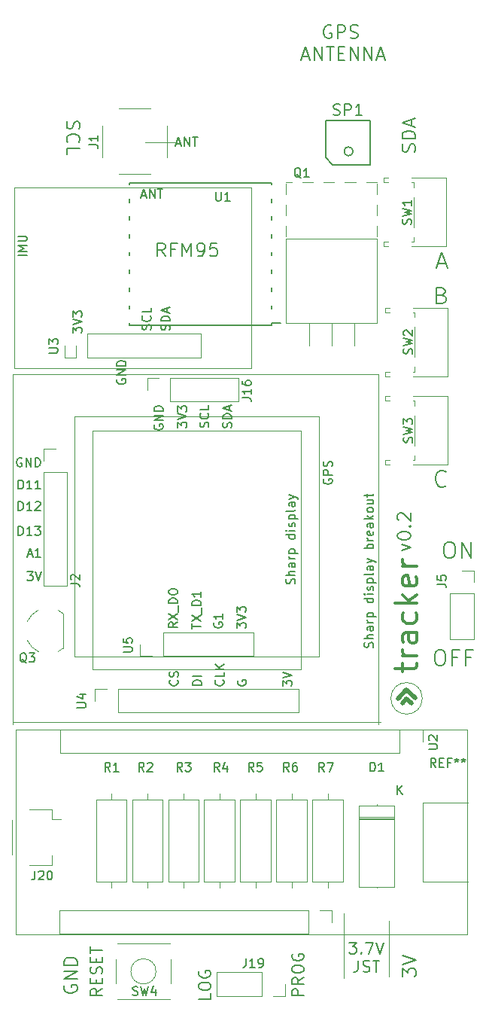
<source format=gbr>
%TF.GenerationSoftware,KiCad,Pcbnew,5.1.12-84ad8e8a86~92~ubuntu18.04.1*%
%TF.CreationDate,2022-01-12T14:22:02-05:00*%
%TF.ProjectId,remote,72656d6f-7465-42e6-9b69-6361645f7063,rev?*%
%TF.SameCoordinates,Original*%
%TF.FileFunction,Legend,Top*%
%TF.FilePolarity,Positive*%
%FSLAX46Y46*%
G04 Gerber Fmt 4.6, Leading zero omitted, Abs format (unit mm)*
G04 Created by KiCad (PCBNEW 5.1.12-84ad8e8a86~92~ubuntu18.04.1) date 2022-01-12 14:22:02*
%MOMM*%
%LPD*%
G01*
G04 APERTURE LIST*
%ADD10C,0.150000*%
%ADD11C,0.120000*%
%ADD12C,0.500000*%
%ADD13C,0.300000*%
%ADD14C,0.200000*%
%ADD15C,0.127000*%
G04 APERTURE END LIST*
D10*
X98080000Y-124952857D02*
X98032380Y-125048095D01*
X98032380Y-125190952D01*
X98080000Y-125333809D01*
X98175238Y-125429047D01*
X98270476Y-125476666D01*
X98460952Y-125524285D01*
X98603809Y-125524285D01*
X98794285Y-125476666D01*
X98889523Y-125429047D01*
X98984761Y-125333809D01*
X99032380Y-125190952D01*
X99032380Y-125095714D01*
X98984761Y-124952857D01*
X98937142Y-124905238D01*
X98603809Y-124905238D01*
X98603809Y-125095714D01*
X96417142Y-124905238D02*
X96464761Y-124952857D01*
X96512380Y-125095714D01*
X96512380Y-125190952D01*
X96464761Y-125333809D01*
X96369523Y-125429047D01*
X96274285Y-125476666D01*
X96083809Y-125524285D01*
X95940952Y-125524285D01*
X95750476Y-125476666D01*
X95655238Y-125429047D01*
X95560000Y-125333809D01*
X95512380Y-125190952D01*
X95512380Y-125095714D01*
X95560000Y-124952857D01*
X95607619Y-124905238D01*
X96512380Y-124000476D02*
X96512380Y-124476666D01*
X95512380Y-124476666D01*
X96512380Y-123667142D02*
X95512380Y-123667142D01*
X96512380Y-123095714D02*
X95940952Y-123524285D01*
X95512380Y-123095714D02*
X96083809Y-123667142D01*
X94002380Y-125476667D02*
X93002380Y-125476667D01*
X93002380Y-125238571D01*
X93050000Y-125095714D01*
X93145238Y-125000476D01*
X93240476Y-124952857D01*
X93430952Y-124905238D01*
X93573809Y-124905238D01*
X93764285Y-124952857D01*
X93859523Y-125000476D01*
X93954761Y-125095714D01*
X94002380Y-125238571D01*
X94002380Y-125476667D01*
X94002380Y-124476667D02*
X93002380Y-124476667D01*
X91287142Y-124905238D02*
X91334761Y-124952857D01*
X91382380Y-125095714D01*
X91382380Y-125190952D01*
X91334761Y-125333810D01*
X91239523Y-125429048D01*
X91144285Y-125476667D01*
X90953809Y-125524286D01*
X90810952Y-125524286D01*
X90620476Y-125476667D01*
X90525238Y-125429048D01*
X90430000Y-125333810D01*
X90382380Y-125190952D01*
X90382380Y-125095714D01*
X90430000Y-124952857D01*
X90477619Y-124905238D01*
X91334761Y-124524286D02*
X91382380Y-124381429D01*
X91382380Y-124143333D01*
X91334761Y-124048095D01*
X91287142Y-124000476D01*
X91191904Y-123952857D01*
X91096666Y-123952857D01*
X91001428Y-124000476D01*
X90953809Y-124048095D01*
X90906190Y-124143333D01*
X90858571Y-124333810D01*
X90810952Y-124429048D01*
X90763333Y-124476667D01*
X90668095Y-124524286D01*
X90572857Y-124524286D01*
X90477619Y-124476667D01*
X90430000Y-124429048D01*
X90382380Y-124333810D01*
X90382380Y-124095714D01*
X90430000Y-123952857D01*
X103152380Y-125571904D02*
X103152380Y-124952857D01*
X103533333Y-125286190D01*
X103533333Y-125143333D01*
X103580952Y-125048095D01*
X103628571Y-125000476D01*
X103723809Y-124952857D01*
X103961904Y-124952857D01*
X104057142Y-125000476D01*
X104104761Y-125048095D01*
X104152380Y-125143333D01*
X104152380Y-125429047D01*
X104104761Y-125524285D01*
X104057142Y-125571904D01*
X103152380Y-124667142D02*
X104152380Y-124333809D01*
X103152380Y-124000476D01*
D11*
X113900000Y-129630000D02*
X114150000Y-129630000D01*
X113900000Y-129630000D02*
X113900000Y-129840000D01*
X72785000Y-129630000D02*
X72785000Y-129880000D01*
X113900000Y-129630000D02*
X72785000Y-129630000D01*
D12*
X117625000Y-127525000D02*
X117075000Y-127025000D01*
X116625000Y-127525000D02*
X117075000Y-127025000D01*
D11*
X118842767Y-126957234D02*
G75*
G03*
X118842767Y-126957234I-1767767J0D01*
G01*
D10*
X116553571Y-110317857D02*
X117553571Y-109960714D01*
X116553571Y-109603571D01*
X116053571Y-108746428D02*
X116053571Y-108603571D01*
X116125000Y-108460714D01*
X116196428Y-108389285D01*
X116339285Y-108317857D01*
X116625000Y-108246428D01*
X116982142Y-108246428D01*
X117267857Y-108317857D01*
X117410714Y-108389285D01*
X117482142Y-108460714D01*
X117553571Y-108603571D01*
X117553571Y-108746428D01*
X117482142Y-108889285D01*
X117410714Y-108960714D01*
X117267857Y-109032142D01*
X116982142Y-109103571D01*
X116625000Y-109103571D01*
X116339285Y-109032142D01*
X116196428Y-108960714D01*
X116125000Y-108889285D01*
X116053571Y-108746428D01*
X117410714Y-107603571D02*
X117482142Y-107532142D01*
X117553571Y-107603571D01*
X117482142Y-107675000D01*
X117410714Y-107603571D01*
X117553571Y-107603571D01*
X116196428Y-106960714D02*
X116125000Y-106889285D01*
X116053571Y-106746428D01*
X116053571Y-106389285D01*
X116125000Y-106246428D01*
X116196428Y-106175000D01*
X116339285Y-106103571D01*
X116482142Y-106103571D01*
X116696428Y-106175000D01*
X117553571Y-107032142D01*
X117553571Y-106103571D01*
D12*
X116075000Y-127025000D02*
X117075000Y-126025000D01*
X118075000Y-126925000D02*
X117075000Y-126025000D01*
D13*
X116589285Y-123984523D02*
X116589285Y-123032142D01*
X115755952Y-123627380D02*
X117898809Y-123627380D01*
X118136904Y-123508333D01*
X118255952Y-123270238D01*
X118255952Y-123032142D01*
X118255952Y-122198809D02*
X116589285Y-122198809D01*
X117065476Y-122198809D02*
X116827380Y-122079761D01*
X116708333Y-121960714D01*
X116589285Y-121722619D01*
X116589285Y-121484523D01*
X118255952Y-119579761D02*
X116946428Y-119579761D01*
X116708333Y-119698809D01*
X116589285Y-119936904D01*
X116589285Y-120413095D01*
X116708333Y-120651190D01*
X118136904Y-119579761D02*
X118255952Y-119817857D01*
X118255952Y-120413095D01*
X118136904Y-120651190D01*
X117898809Y-120770238D01*
X117660714Y-120770238D01*
X117422619Y-120651190D01*
X117303571Y-120413095D01*
X117303571Y-119817857D01*
X117184523Y-119579761D01*
X118136904Y-117317857D02*
X118255952Y-117555952D01*
X118255952Y-118032142D01*
X118136904Y-118270238D01*
X118017857Y-118389285D01*
X117779761Y-118508333D01*
X117065476Y-118508333D01*
X116827380Y-118389285D01*
X116708333Y-118270238D01*
X116589285Y-118032142D01*
X116589285Y-117555952D01*
X116708333Y-117317857D01*
X118255952Y-116246428D02*
X115755952Y-116246428D01*
X117303571Y-116008333D02*
X118255952Y-115294047D01*
X116589285Y-115294047D02*
X117541666Y-116246428D01*
X118136904Y-113270238D02*
X118255952Y-113508333D01*
X118255952Y-113984523D01*
X118136904Y-114222619D01*
X117898809Y-114341666D01*
X116946428Y-114341666D01*
X116708333Y-114222619D01*
X116589285Y-113984523D01*
X116589285Y-113508333D01*
X116708333Y-113270238D01*
X116946428Y-113151190D01*
X117184523Y-113151190D01*
X117422619Y-114341666D01*
X118255952Y-112079761D02*
X116589285Y-112079761D01*
X117065476Y-112079761D02*
X116827380Y-111960714D01*
X116708333Y-111841666D01*
X116589285Y-111603571D01*
X116589285Y-111365476D01*
D10*
X74327380Y-77170238D02*
X73327380Y-77170238D01*
X74327380Y-76694047D02*
X73327380Y-76694047D01*
X74041666Y-76360714D01*
X73327380Y-76027380D01*
X74327380Y-76027380D01*
X73327380Y-75551190D02*
X74136904Y-75551190D01*
X74232142Y-75503571D01*
X74279761Y-75455952D01*
X74327380Y-75360714D01*
X74327380Y-75170238D01*
X74279761Y-75075000D01*
X74232142Y-75027380D01*
X74136904Y-74979761D01*
X73327380Y-74979761D01*
D14*
X118002142Y-65496428D02*
X118073571Y-65282142D01*
X118073571Y-64925000D01*
X118002142Y-64782142D01*
X117930714Y-64710714D01*
X117787857Y-64639285D01*
X117645000Y-64639285D01*
X117502142Y-64710714D01*
X117430714Y-64782142D01*
X117359285Y-64925000D01*
X117287857Y-65210714D01*
X117216428Y-65353571D01*
X117145000Y-65425000D01*
X117002142Y-65496428D01*
X116859285Y-65496428D01*
X116716428Y-65425000D01*
X116645000Y-65353571D01*
X116573571Y-65210714D01*
X116573571Y-64853571D01*
X116645000Y-64639285D01*
X118073571Y-63996428D02*
X116573571Y-63996428D01*
X116573571Y-63639285D01*
X116645000Y-63425000D01*
X116787857Y-63282142D01*
X116930714Y-63210714D01*
X117216428Y-63139285D01*
X117430714Y-63139285D01*
X117716428Y-63210714D01*
X117859285Y-63282142D01*
X118002142Y-63425000D01*
X118073571Y-63639285D01*
X118073571Y-63996428D01*
X117645000Y-62567857D02*
X117645000Y-61853571D01*
X118073571Y-62710714D02*
X116573571Y-62210714D01*
X118073571Y-61710714D01*
X78575000Y-159237857D02*
X78503571Y-159380714D01*
X78503571Y-159595000D01*
X78575000Y-159809285D01*
X78717857Y-159952142D01*
X78860714Y-160023571D01*
X79146428Y-160095000D01*
X79360714Y-160095000D01*
X79646428Y-160023571D01*
X79789285Y-159952142D01*
X79932142Y-159809285D01*
X80003571Y-159595000D01*
X80003571Y-159452142D01*
X79932142Y-159237857D01*
X79860714Y-159166428D01*
X79360714Y-159166428D01*
X79360714Y-159452142D01*
X80003571Y-158523571D02*
X78503571Y-158523571D01*
X80003571Y-157666428D01*
X78503571Y-157666428D01*
X80003571Y-156952142D02*
X78503571Y-156952142D01*
X78503571Y-156595000D01*
X78575000Y-156380714D01*
X78717857Y-156237857D01*
X78860714Y-156166428D01*
X79146428Y-156095000D01*
X79360714Y-156095000D01*
X79646428Y-156166428D01*
X79789285Y-156237857D01*
X79932142Y-156380714D01*
X80003571Y-156595000D01*
X80003571Y-156952142D01*
X116633571Y-158267857D02*
X116633571Y-157339285D01*
X117205000Y-157839285D01*
X117205000Y-157625000D01*
X117276428Y-157482142D01*
X117347857Y-157410714D01*
X117490714Y-157339285D01*
X117847857Y-157339285D01*
X117990714Y-157410714D01*
X118062142Y-157482142D01*
X118133571Y-157625000D01*
X118133571Y-158053571D01*
X118062142Y-158196428D01*
X117990714Y-158267857D01*
X116633571Y-156910714D02*
X118133571Y-156410714D01*
X116633571Y-155910714D01*
X78887857Y-62069285D02*
X78816428Y-62283571D01*
X78816428Y-62640714D01*
X78887857Y-62783571D01*
X78959285Y-62855000D01*
X79102142Y-62926428D01*
X79245000Y-62926428D01*
X79387857Y-62855000D01*
X79459285Y-62783571D01*
X79530714Y-62640714D01*
X79602142Y-62355000D01*
X79673571Y-62212142D01*
X79745000Y-62140714D01*
X79887857Y-62069285D01*
X80030714Y-62069285D01*
X80173571Y-62140714D01*
X80245000Y-62212142D01*
X80316428Y-62355000D01*
X80316428Y-62712142D01*
X80245000Y-62926428D01*
X78959285Y-64426428D02*
X78887857Y-64355000D01*
X78816428Y-64140714D01*
X78816428Y-63997857D01*
X78887857Y-63783571D01*
X79030714Y-63640714D01*
X79173571Y-63569285D01*
X79459285Y-63497857D01*
X79673571Y-63497857D01*
X79959285Y-63569285D01*
X80102142Y-63640714D01*
X80245000Y-63783571D01*
X80316428Y-63997857D01*
X80316428Y-64140714D01*
X80245000Y-64355000D01*
X80173571Y-64426428D01*
X78816428Y-65783571D02*
X78816428Y-65069285D01*
X80316428Y-65069285D01*
D10*
X105483095Y-160376428D02*
X104183095Y-160376428D01*
X104183095Y-159881190D01*
X104245000Y-159757380D01*
X104306904Y-159695476D01*
X104430714Y-159633571D01*
X104616428Y-159633571D01*
X104740238Y-159695476D01*
X104802142Y-159757380D01*
X104864047Y-159881190D01*
X104864047Y-160376428D01*
X105483095Y-158333571D02*
X104864047Y-158766904D01*
X105483095Y-159076428D02*
X104183095Y-159076428D01*
X104183095Y-158581190D01*
X104245000Y-158457380D01*
X104306904Y-158395476D01*
X104430714Y-158333571D01*
X104616428Y-158333571D01*
X104740238Y-158395476D01*
X104802142Y-158457380D01*
X104864047Y-158581190D01*
X104864047Y-159076428D01*
X104183095Y-157528809D02*
X104183095Y-157281190D01*
X104245000Y-157157380D01*
X104368809Y-157033571D01*
X104616428Y-156971666D01*
X105049761Y-156971666D01*
X105297380Y-157033571D01*
X105421190Y-157157380D01*
X105483095Y-157281190D01*
X105483095Y-157528809D01*
X105421190Y-157652619D01*
X105297380Y-157776428D01*
X105049761Y-157838333D01*
X104616428Y-157838333D01*
X104368809Y-157776428D01*
X104245000Y-157652619D01*
X104183095Y-157528809D01*
X104245000Y-155733571D02*
X104183095Y-155857380D01*
X104183095Y-156043095D01*
X104245000Y-156228809D01*
X104368809Y-156352619D01*
X104492619Y-156414523D01*
X104740238Y-156476428D01*
X104925952Y-156476428D01*
X105173571Y-156414523D01*
X105297380Y-156352619D01*
X105421190Y-156228809D01*
X105483095Y-156043095D01*
X105483095Y-155919285D01*
X105421190Y-155733571D01*
X105359285Y-155671666D01*
X104925952Y-155671666D01*
X104925952Y-155919285D01*
X95003095Y-160123571D02*
X95003095Y-160742619D01*
X93703095Y-160742619D01*
X93703095Y-159442619D02*
X93703095Y-159195000D01*
X93765000Y-159071190D01*
X93888809Y-158947380D01*
X94136428Y-158885476D01*
X94569761Y-158885476D01*
X94817380Y-158947380D01*
X94941190Y-159071190D01*
X95003095Y-159195000D01*
X95003095Y-159442619D01*
X94941190Y-159566428D01*
X94817380Y-159690238D01*
X94569761Y-159752142D01*
X94136428Y-159752142D01*
X93888809Y-159690238D01*
X93765000Y-159566428D01*
X93703095Y-159442619D01*
X93765000Y-157647380D02*
X93703095Y-157771190D01*
X93703095Y-157956904D01*
X93765000Y-158142619D01*
X93888809Y-158266428D01*
X94012619Y-158328333D01*
X94260238Y-158390238D01*
X94445952Y-158390238D01*
X94693571Y-158328333D01*
X94817380Y-158266428D01*
X94941190Y-158142619D01*
X95003095Y-157956904D01*
X95003095Y-157833095D01*
X94941190Y-157647380D01*
X94879285Y-157585476D01*
X94445952Y-157585476D01*
X94445952Y-157833095D01*
D11*
X87685000Y-64395000D02*
X90965000Y-64395000D01*
D10*
X91162142Y-64561666D02*
X91638333Y-64561666D01*
X91066904Y-64847380D02*
X91400238Y-63847380D01*
X91733571Y-64847380D01*
X92066904Y-64847380D02*
X92066904Y-63847380D01*
X92638333Y-64847380D01*
X92638333Y-63847380D01*
X92971666Y-63847380D02*
X93543095Y-63847380D01*
X93257380Y-64847380D02*
X93257380Y-63847380D01*
X105317857Y-54785000D02*
X106032142Y-54785000D01*
X105175000Y-55213571D02*
X105675000Y-53713571D01*
X106175000Y-55213571D01*
X106675000Y-55213571D02*
X106675000Y-53713571D01*
X107532142Y-55213571D01*
X107532142Y-53713571D01*
X108032142Y-53713571D02*
X108889285Y-53713571D01*
X108460714Y-55213571D02*
X108460714Y-53713571D01*
X109389285Y-54427857D02*
X109889285Y-54427857D01*
X110103571Y-55213571D02*
X109389285Y-55213571D01*
X109389285Y-53713571D01*
X110103571Y-53713571D01*
X110746428Y-55213571D02*
X110746428Y-53713571D01*
X111603571Y-55213571D01*
X111603571Y-53713571D01*
X112317857Y-55213571D02*
X112317857Y-53713571D01*
X113175000Y-55213571D01*
X113175000Y-53713571D01*
X113817857Y-54785000D02*
X114532142Y-54785000D01*
X113675000Y-55213571D02*
X114175000Y-53713571D01*
X114675000Y-55213571D01*
X108593571Y-51335000D02*
X108450714Y-51263571D01*
X108236428Y-51263571D01*
X108022142Y-51335000D01*
X107879285Y-51477857D01*
X107807857Y-51620714D01*
X107736428Y-51906428D01*
X107736428Y-52120714D01*
X107807857Y-52406428D01*
X107879285Y-52549285D01*
X108022142Y-52692142D01*
X108236428Y-52763571D01*
X108379285Y-52763571D01*
X108593571Y-52692142D01*
X108665000Y-52620714D01*
X108665000Y-52120714D01*
X108379285Y-52120714D01*
X109307857Y-52763571D02*
X109307857Y-51263571D01*
X109879285Y-51263571D01*
X110022142Y-51335000D01*
X110093571Y-51406428D01*
X110165000Y-51549285D01*
X110165000Y-51763571D01*
X110093571Y-51906428D01*
X110022142Y-51977857D01*
X109879285Y-52049285D01*
X109307857Y-52049285D01*
X110736428Y-52692142D02*
X110950714Y-52763571D01*
X111307857Y-52763571D01*
X111450714Y-52692142D01*
X111522142Y-52620714D01*
X111593571Y-52477857D01*
X111593571Y-52335000D01*
X111522142Y-52192142D01*
X111450714Y-52120714D01*
X111307857Y-52049285D01*
X111022142Y-51977857D01*
X110879285Y-51906428D01*
X110807857Y-51835000D01*
X110736428Y-51692142D01*
X110736428Y-51549285D01*
X110807857Y-51406428D01*
X110879285Y-51335000D01*
X111022142Y-51263571D01*
X111379285Y-51263571D01*
X111593571Y-51335000D01*
X89910714Y-77253571D02*
X89410714Y-76539285D01*
X89053571Y-77253571D02*
X89053571Y-75753571D01*
X89625000Y-75753571D01*
X89767857Y-75825000D01*
X89839285Y-75896428D01*
X89910714Y-76039285D01*
X89910714Y-76253571D01*
X89839285Y-76396428D01*
X89767857Y-76467857D01*
X89625000Y-76539285D01*
X89053571Y-76539285D01*
X91053571Y-76467857D02*
X90553571Y-76467857D01*
X90553571Y-77253571D02*
X90553571Y-75753571D01*
X91267857Y-75753571D01*
X91839285Y-77253571D02*
X91839285Y-75753571D01*
X92339285Y-76825000D01*
X92839285Y-75753571D01*
X92839285Y-77253571D01*
X93625000Y-77253571D02*
X93910714Y-77253571D01*
X94053571Y-77182142D01*
X94125000Y-77110714D01*
X94267857Y-76896428D01*
X94339285Y-76610714D01*
X94339285Y-76039285D01*
X94267857Y-75896428D01*
X94196428Y-75825000D01*
X94053571Y-75753571D01*
X93767857Y-75753571D01*
X93625000Y-75825000D01*
X93553571Y-75896428D01*
X93482142Y-76039285D01*
X93482142Y-76396428D01*
X93553571Y-76539285D01*
X93625000Y-76610714D01*
X93767857Y-76682142D01*
X94053571Y-76682142D01*
X94196428Y-76610714D01*
X94267857Y-76539285D01*
X94339285Y-76396428D01*
X95696428Y-75753571D02*
X94982142Y-75753571D01*
X94910714Y-76467857D01*
X94982142Y-76396428D01*
X95125000Y-76325000D01*
X95482142Y-76325000D01*
X95625000Y-76396428D01*
X95696428Y-76467857D01*
X95767857Y-76610714D01*
X95767857Y-76967857D01*
X95696428Y-77110714D01*
X95625000Y-77182142D01*
X95482142Y-77253571D01*
X95125000Y-77253571D01*
X94982142Y-77182142D01*
X94910714Y-77110714D01*
X87242142Y-70421666D02*
X87718333Y-70421666D01*
X87146904Y-70707380D02*
X87480238Y-69707380D01*
X87813571Y-70707380D01*
X88146904Y-70707380D02*
X88146904Y-69707380D01*
X88718333Y-70707380D01*
X88718333Y-69707380D01*
X89051666Y-69707380D02*
X89623095Y-69707380D01*
X89337380Y-70707380D02*
X89337380Y-69707380D01*
X120626428Y-78055000D02*
X121483571Y-78055000D01*
X120455000Y-78569285D02*
X121055000Y-76769285D01*
X121655000Y-78569285D01*
X121055000Y-81626428D02*
X121312143Y-81712142D01*
X121397857Y-81797857D01*
X121483571Y-81969285D01*
X121483571Y-82226428D01*
X121397857Y-82397857D01*
X121312143Y-82483571D01*
X121140714Y-82569285D01*
X120455000Y-82569285D01*
X120455000Y-80769285D01*
X121055000Y-80769285D01*
X121226429Y-80855000D01*
X121312143Y-80940714D01*
X121397857Y-81112142D01*
X121397857Y-81283571D01*
X121312143Y-81455000D01*
X121226429Y-81540714D01*
X121055000Y-81626428D01*
X120455000Y-81626428D01*
X121483571Y-102997857D02*
X121397857Y-103083571D01*
X121140714Y-103169285D01*
X120969286Y-103169285D01*
X120712143Y-103083571D01*
X120540714Y-102912142D01*
X120455000Y-102740714D01*
X120369286Y-102397857D01*
X120369286Y-102140714D01*
X120455000Y-101797857D01*
X120540714Y-101626428D01*
X120712143Y-101455000D01*
X120969286Y-101369285D01*
X121140714Y-101369285D01*
X121397857Y-101455000D01*
X121483571Y-101540714D01*
D14*
X120660714Y-121479285D02*
X121003571Y-121479285D01*
X121175000Y-121565000D01*
X121346428Y-121736428D01*
X121432142Y-122079285D01*
X121432142Y-122679285D01*
X121346428Y-123022142D01*
X121175000Y-123193571D01*
X121003571Y-123279285D01*
X120660714Y-123279285D01*
X120489285Y-123193571D01*
X120317857Y-123022142D01*
X120232142Y-122679285D01*
X120232142Y-122079285D01*
X120317857Y-121736428D01*
X120489285Y-121565000D01*
X120660714Y-121479285D01*
X122803571Y-122336428D02*
X122203571Y-122336428D01*
X122203571Y-123279285D02*
X122203571Y-121479285D01*
X123060714Y-121479285D01*
X124346428Y-122336428D02*
X123746428Y-122336428D01*
X123746428Y-123279285D02*
X123746428Y-121479285D01*
X124603571Y-121479285D01*
X121730714Y-109409285D02*
X122073571Y-109409285D01*
X122245000Y-109495000D01*
X122416428Y-109666428D01*
X122502142Y-110009285D01*
X122502142Y-110609285D01*
X122416428Y-110952142D01*
X122245000Y-111123571D01*
X122073571Y-111209285D01*
X121730714Y-111209285D01*
X121559285Y-111123571D01*
X121387857Y-110952142D01*
X121302142Y-110609285D01*
X121302142Y-110009285D01*
X121387857Y-109666428D01*
X121559285Y-109495000D01*
X121730714Y-109409285D01*
X123273571Y-111209285D02*
X123273571Y-109409285D01*
X124302142Y-111209285D01*
X124302142Y-109409285D01*
D10*
X82813095Y-159593095D02*
X82194047Y-160026428D01*
X82813095Y-160335952D02*
X81513095Y-160335952D01*
X81513095Y-159840714D01*
X81575000Y-159716904D01*
X81636904Y-159655000D01*
X81760714Y-159593095D01*
X81946428Y-159593095D01*
X82070238Y-159655000D01*
X82132142Y-159716904D01*
X82194047Y-159840714D01*
X82194047Y-160335952D01*
X82132142Y-159035952D02*
X82132142Y-158602619D01*
X82813095Y-158416904D02*
X82813095Y-159035952D01*
X81513095Y-159035952D01*
X81513095Y-158416904D01*
X82751190Y-157921666D02*
X82813095Y-157735952D01*
X82813095Y-157426428D01*
X82751190Y-157302619D01*
X82689285Y-157240714D01*
X82565476Y-157178809D01*
X82441666Y-157178809D01*
X82317857Y-157240714D01*
X82255952Y-157302619D01*
X82194047Y-157426428D01*
X82132142Y-157674047D01*
X82070238Y-157797857D01*
X82008333Y-157859761D01*
X81884523Y-157921666D01*
X81760714Y-157921666D01*
X81636904Y-157859761D01*
X81575000Y-157797857D01*
X81513095Y-157674047D01*
X81513095Y-157364523D01*
X81575000Y-157178809D01*
X82132142Y-156621666D02*
X82132142Y-156188333D01*
X82813095Y-156002619D02*
X82813095Y-156621666D01*
X81513095Y-156621666D01*
X81513095Y-156002619D01*
X81513095Y-155631190D02*
X81513095Y-154888333D01*
X82813095Y-155259761D02*
X81513095Y-155259761D01*
X79527380Y-85863095D02*
X79527380Y-85244047D01*
X79908333Y-85577380D01*
X79908333Y-85434523D01*
X79955952Y-85339285D01*
X80003571Y-85291666D01*
X80098809Y-85244047D01*
X80336904Y-85244047D01*
X80432142Y-85291666D01*
X80479761Y-85339285D01*
X80527380Y-85434523D01*
X80527380Y-85720238D01*
X80479761Y-85815476D01*
X80432142Y-85863095D01*
X79527380Y-84958333D02*
X80527380Y-84625000D01*
X79527380Y-84291666D01*
X79527380Y-84053571D02*
X79527380Y-83434523D01*
X79908333Y-83767857D01*
X79908333Y-83625000D01*
X79955952Y-83529761D01*
X80003571Y-83482142D01*
X80098809Y-83434523D01*
X80336904Y-83434523D01*
X80432142Y-83482142D01*
X80479761Y-83529761D01*
X80527380Y-83625000D01*
X80527380Y-83910714D01*
X80479761Y-84005952D01*
X80432142Y-84053571D01*
X84525000Y-91076904D02*
X84477380Y-91172142D01*
X84477380Y-91315000D01*
X84525000Y-91457857D01*
X84620238Y-91553095D01*
X84715476Y-91600714D01*
X84905952Y-91648333D01*
X85048809Y-91648333D01*
X85239285Y-91600714D01*
X85334523Y-91553095D01*
X85429761Y-91457857D01*
X85477380Y-91315000D01*
X85477380Y-91219761D01*
X85429761Y-91076904D01*
X85382142Y-91029285D01*
X85048809Y-91029285D01*
X85048809Y-91219761D01*
X85477380Y-90600714D02*
X84477380Y-90600714D01*
X85477380Y-90029285D01*
X84477380Y-90029285D01*
X85477380Y-89553095D02*
X84477380Y-89553095D01*
X84477380Y-89315000D01*
X84525000Y-89172142D01*
X84620238Y-89076904D01*
X84715476Y-89029285D01*
X84905952Y-88981666D01*
X85048809Y-88981666D01*
X85239285Y-89029285D01*
X85334523Y-89076904D01*
X85429761Y-89172142D01*
X85477380Y-89315000D01*
X85477380Y-89553095D01*
X88259761Y-85515476D02*
X88307380Y-85372619D01*
X88307380Y-85134523D01*
X88259761Y-85039285D01*
X88212142Y-84991666D01*
X88116904Y-84944047D01*
X88021666Y-84944047D01*
X87926428Y-84991666D01*
X87878809Y-85039285D01*
X87831190Y-85134523D01*
X87783571Y-85325000D01*
X87735952Y-85420238D01*
X87688333Y-85467857D01*
X87593095Y-85515476D01*
X87497857Y-85515476D01*
X87402619Y-85467857D01*
X87355000Y-85420238D01*
X87307380Y-85325000D01*
X87307380Y-85086904D01*
X87355000Y-84944047D01*
X88212142Y-83944047D02*
X88259761Y-83991666D01*
X88307380Y-84134523D01*
X88307380Y-84229761D01*
X88259761Y-84372619D01*
X88164523Y-84467857D01*
X88069285Y-84515476D01*
X87878809Y-84563095D01*
X87735952Y-84563095D01*
X87545476Y-84515476D01*
X87450238Y-84467857D01*
X87355000Y-84372619D01*
X87307380Y-84229761D01*
X87307380Y-84134523D01*
X87355000Y-83991666D01*
X87402619Y-83944047D01*
X88307380Y-83039285D02*
X88307380Y-83515476D01*
X87307380Y-83515476D01*
X90389761Y-85539285D02*
X90437380Y-85396428D01*
X90437380Y-85158333D01*
X90389761Y-85063095D01*
X90342142Y-85015476D01*
X90246904Y-84967857D01*
X90151666Y-84967857D01*
X90056428Y-85015476D01*
X90008809Y-85063095D01*
X89961190Y-85158333D01*
X89913571Y-85348809D01*
X89865952Y-85444047D01*
X89818333Y-85491666D01*
X89723095Y-85539285D01*
X89627857Y-85539285D01*
X89532619Y-85491666D01*
X89485000Y-85444047D01*
X89437380Y-85348809D01*
X89437380Y-85110714D01*
X89485000Y-84967857D01*
X90437380Y-84539285D02*
X89437380Y-84539285D01*
X89437380Y-84301190D01*
X89485000Y-84158333D01*
X89580238Y-84063095D01*
X89675476Y-84015476D01*
X89865952Y-83967857D01*
X90008809Y-83967857D01*
X90199285Y-84015476D01*
X90294523Y-84063095D01*
X90389761Y-84158333D01*
X90437380Y-84301190D01*
X90437380Y-84539285D01*
X90151666Y-83586904D02*
X90151666Y-83110714D01*
X90437380Y-83682142D02*
X89437380Y-83348809D01*
X90437380Y-83015476D01*
X94749761Y-96472619D02*
X94797380Y-96329762D01*
X94797380Y-96091666D01*
X94749761Y-95996428D01*
X94702142Y-95948809D01*
X94606904Y-95901190D01*
X94511666Y-95901190D01*
X94416428Y-95948809D01*
X94368809Y-95996428D01*
X94321190Y-96091666D01*
X94273571Y-96282143D01*
X94225952Y-96377381D01*
X94178333Y-96425000D01*
X94083095Y-96472619D01*
X93987857Y-96472619D01*
X93892619Y-96425000D01*
X93845000Y-96377381D01*
X93797380Y-96282143D01*
X93797380Y-96044047D01*
X93845000Y-95901190D01*
X94702142Y-94901190D02*
X94749761Y-94948809D01*
X94797380Y-95091666D01*
X94797380Y-95186904D01*
X94749761Y-95329762D01*
X94654523Y-95425000D01*
X94559285Y-95472619D01*
X94368809Y-95520238D01*
X94225952Y-95520238D01*
X94035476Y-95472619D01*
X93940238Y-95425000D01*
X93845000Y-95329762D01*
X93797380Y-95186904D01*
X93797380Y-95091666D01*
X93845000Y-94948809D01*
X93892619Y-94901190D01*
X94797380Y-93996428D02*
X94797380Y-94472619D01*
X93797380Y-94472619D01*
X88705000Y-96186904D02*
X88657380Y-96282142D01*
X88657380Y-96425000D01*
X88705000Y-96567857D01*
X88800238Y-96663095D01*
X88895476Y-96710714D01*
X89085952Y-96758333D01*
X89228809Y-96758333D01*
X89419285Y-96710714D01*
X89514523Y-96663095D01*
X89609761Y-96567857D01*
X89657380Y-96425000D01*
X89657380Y-96329761D01*
X89609761Y-96186904D01*
X89562142Y-96139285D01*
X89228809Y-96139285D01*
X89228809Y-96329761D01*
X89657380Y-95710714D02*
X88657380Y-95710714D01*
X89657380Y-95139285D01*
X88657380Y-95139285D01*
X89657380Y-94663095D02*
X88657380Y-94663095D01*
X88657380Y-94425000D01*
X88705000Y-94282142D01*
X88800238Y-94186904D01*
X88895476Y-94139285D01*
X89085952Y-94091666D01*
X89228809Y-94091666D01*
X89419285Y-94139285D01*
X89514523Y-94186904D01*
X89609761Y-94282142D01*
X89657380Y-94425000D01*
X89657380Y-94663095D01*
X91327380Y-96520238D02*
X91327380Y-95901190D01*
X91708333Y-96234523D01*
X91708333Y-96091666D01*
X91755952Y-95996428D01*
X91803571Y-95948809D01*
X91898809Y-95901190D01*
X92136904Y-95901190D01*
X92232142Y-95948809D01*
X92279761Y-95996428D01*
X92327380Y-96091666D01*
X92327380Y-96377381D01*
X92279761Y-96472619D01*
X92232142Y-96520238D01*
X91327380Y-95615476D02*
X92327380Y-95282143D01*
X91327380Y-94948809D01*
X91327380Y-94710714D02*
X91327380Y-94091666D01*
X91708333Y-94425000D01*
X91708333Y-94282143D01*
X91755952Y-94186904D01*
X91803571Y-94139285D01*
X91898809Y-94091666D01*
X92136904Y-94091666D01*
X92232142Y-94139285D01*
X92279761Y-94186904D01*
X92327380Y-94282143D01*
X92327380Y-94567857D01*
X92279761Y-94663095D01*
X92232142Y-94710714D01*
X97339761Y-96520237D02*
X97387380Y-96377380D01*
X97387380Y-96139285D01*
X97339761Y-96044047D01*
X97292142Y-95996428D01*
X97196904Y-95948809D01*
X97101666Y-95948809D01*
X97006428Y-95996428D01*
X96958809Y-96044047D01*
X96911190Y-96139285D01*
X96863571Y-96329761D01*
X96815952Y-96424999D01*
X96768333Y-96472618D01*
X96673095Y-96520237D01*
X96577857Y-96520237D01*
X96482619Y-96472618D01*
X96435000Y-96424999D01*
X96387380Y-96329761D01*
X96387380Y-96091666D01*
X96435000Y-95948809D01*
X97387380Y-95520237D02*
X96387380Y-95520237D01*
X96387380Y-95282142D01*
X96435000Y-95139285D01*
X96530238Y-95044047D01*
X96625476Y-94996428D01*
X96815952Y-94948809D01*
X96958809Y-94948809D01*
X97149285Y-94996428D01*
X97244523Y-95044047D01*
X97339761Y-95139285D01*
X97387380Y-95282142D01*
X97387380Y-95520237D01*
X97101666Y-94567856D02*
X97101666Y-94091666D01*
X97387380Y-94663094D02*
X96387380Y-94329761D01*
X97387380Y-93996428D01*
X95405000Y-118454047D02*
X95357380Y-118549285D01*
X95357380Y-118692142D01*
X95405000Y-118835000D01*
X95500238Y-118930238D01*
X95595476Y-118977857D01*
X95785952Y-119025476D01*
X95928809Y-119025476D01*
X96119285Y-118977857D01*
X96214523Y-118930238D01*
X96309761Y-118835000D01*
X96357380Y-118692142D01*
X96357380Y-118596904D01*
X96309761Y-118454047D01*
X96262142Y-118406428D01*
X95928809Y-118406428D01*
X95928809Y-118596904D01*
X96357380Y-117454047D02*
X96357380Y-118025476D01*
X96357380Y-117739762D02*
X95357380Y-117739762D01*
X95500238Y-117835000D01*
X95595476Y-117930238D01*
X95643095Y-118025476D01*
X92937380Y-119120714D02*
X92937380Y-118549286D01*
X93937380Y-118835000D02*
X92937380Y-118835000D01*
X92937380Y-118311190D02*
X93937380Y-117644524D01*
X92937380Y-117644524D02*
X93937380Y-118311190D01*
X94032619Y-117501667D02*
X94032619Y-116739762D01*
X93937380Y-116501667D02*
X92937380Y-116501667D01*
X92937380Y-116263571D01*
X92985000Y-116120714D01*
X93080238Y-116025476D01*
X93175476Y-115977857D01*
X93365952Y-115930238D01*
X93508809Y-115930238D01*
X93699285Y-115977857D01*
X93794523Y-116025476D01*
X93889761Y-116120714D01*
X93937380Y-116263571D01*
X93937380Y-116501667D01*
X93937380Y-114977857D02*
X93937380Y-115549286D01*
X93937380Y-115263571D02*
X92937380Y-115263571D01*
X93080238Y-115358809D01*
X93175476Y-115454047D01*
X93223095Y-115549286D01*
X91307380Y-118406428D02*
X90831190Y-118739761D01*
X91307380Y-118977857D02*
X90307380Y-118977857D01*
X90307380Y-118596904D01*
X90355000Y-118501666D01*
X90402619Y-118454047D01*
X90497857Y-118406428D01*
X90640714Y-118406428D01*
X90735952Y-118454047D01*
X90783571Y-118501666D01*
X90831190Y-118596904D01*
X90831190Y-118977857D01*
X90307380Y-118073095D02*
X91307380Y-117406428D01*
X90307380Y-117406428D02*
X91307380Y-118073095D01*
X91402619Y-117263571D02*
X91402619Y-116501666D01*
X91307380Y-116263571D02*
X90307380Y-116263571D01*
X90307380Y-116025476D01*
X90355000Y-115882619D01*
X90450238Y-115787380D01*
X90545476Y-115739761D01*
X90735952Y-115692142D01*
X90878809Y-115692142D01*
X91069285Y-115739761D01*
X91164523Y-115787380D01*
X91259761Y-115882619D01*
X91307380Y-116025476D01*
X91307380Y-116263571D01*
X90307380Y-115073095D02*
X90307380Y-114882619D01*
X90355000Y-114787380D01*
X90450238Y-114692142D01*
X90640714Y-114644523D01*
X90974047Y-114644523D01*
X91164523Y-114692142D01*
X91259761Y-114787380D01*
X91307380Y-114882619D01*
X91307380Y-115073095D01*
X91259761Y-115168333D01*
X91164523Y-115263571D01*
X90974047Y-115311190D01*
X90640714Y-115311190D01*
X90450238Y-115263571D01*
X90355000Y-115168333D01*
X90307380Y-115073095D01*
X73763095Y-99955000D02*
X73667857Y-99907380D01*
X73525000Y-99907380D01*
X73382142Y-99955000D01*
X73286904Y-100050238D01*
X73239285Y-100145476D01*
X73191666Y-100335952D01*
X73191666Y-100478809D01*
X73239285Y-100669285D01*
X73286904Y-100764523D01*
X73382142Y-100859761D01*
X73525000Y-100907380D01*
X73620238Y-100907380D01*
X73763095Y-100859761D01*
X73810714Y-100812142D01*
X73810714Y-100478809D01*
X73620238Y-100478809D01*
X74239285Y-100907380D02*
X74239285Y-99907380D01*
X74810714Y-100907380D01*
X74810714Y-99907380D01*
X75286904Y-100907380D02*
X75286904Y-99907380D01*
X75525000Y-99907380D01*
X75667857Y-99955000D01*
X75763095Y-100050238D01*
X75810714Y-100145476D01*
X75858333Y-100335952D01*
X75858333Y-100478809D01*
X75810714Y-100669285D01*
X75763095Y-100764523D01*
X75667857Y-100859761D01*
X75525000Y-100907380D01*
X75286904Y-100907380D01*
X73382143Y-103417380D02*
X73382143Y-102417380D01*
X73620238Y-102417380D01*
X73763095Y-102465000D01*
X73858333Y-102560238D01*
X73905952Y-102655476D01*
X73953571Y-102845952D01*
X73953571Y-102988809D01*
X73905952Y-103179285D01*
X73858333Y-103274523D01*
X73763095Y-103369761D01*
X73620238Y-103417380D01*
X73382143Y-103417380D01*
X74905952Y-103417380D02*
X74334524Y-103417380D01*
X74620238Y-103417380D02*
X74620238Y-102417380D01*
X74525000Y-102560238D01*
X74429762Y-102655476D01*
X74334524Y-102703095D01*
X75858333Y-103417380D02*
X75286905Y-103417380D01*
X75572619Y-103417380D02*
X75572619Y-102417380D01*
X75477381Y-102560238D01*
X75382143Y-102655476D01*
X75286905Y-102703095D01*
X73382143Y-105837380D02*
X73382143Y-104837380D01*
X73620238Y-104837380D01*
X73763095Y-104885000D01*
X73858333Y-104980238D01*
X73905952Y-105075476D01*
X73953571Y-105265952D01*
X73953571Y-105408809D01*
X73905952Y-105599285D01*
X73858333Y-105694523D01*
X73763095Y-105789761D01*
X73620238Y-105837380D01*
X73382143Y-105837380D01*
X74905952Y-105837380D02*
X74334524Y-105837380D01*
X74620238Y-105837380D02*
X74620238Y-104837380D01*
X74525000Y-104980238D01*
X74429762Y-105075476D01*
X74334524Y-105123095D01*
X75286905Y-104932619D02*
X75334524Y-104885000D01*
X75429762Y-104837380D01*
X75667857Y-104837380D01*
X75763095Y-104885000D01*
X75810714Y-104932619D01*
X75858333Y-105027857D01*
X75858333Y-105123095D01*
X75810714Y-105265952D01*
X75239286Y-105837380D01*
X75858333Y-105837380D01*
X73382143Y-108607380D02*
X73382143Y-107607380D01*
X73620238Y-107607380D01*
X73763095Y-107655000D01*
X73858333Y-107750238D01*
X73905952Y-107845476D01*
X73953571Y-108035952D01*
X73953571Y-108178809D01*
X73905952Y-108369285D01*
X73858333Y-108464523D01*
X73763095Y-108559761D01*
X73620238Y-108607380D01*
X73382143Y-108607380D01*
X74905952Y-108607380D02*
X74334524Y-108607380D01*
X74620238Y-108607380D02*
X74620238Y-107607380D01*
X74525000Y-107750238D01*
X74429762Y-107845476D01*
X74334524Y-107893095D01*
X75239286Y-107607380D02*
X75858333Y-107607380D01*
X75525000Y-107988333D01*
X75667857Y-107988333D01*
X75763095Y-108035952D01*
X75810714Y-108083571D01*
X75858333Y-108178809D01*
X75858333Y-108416904D01*
X75810714Y-108512142D01*
X75763095Y-108559761D01*
X75667857Y-108607380D01*
X75382143Y-108607380D01*
X75286905Y-108559761D01*
X75239286Y-108512142D01*
X74429762Y-110771666D02*
X74905952Y-110771666D01*
X74334524Y-111057380D02*
X74667857Y-110057380D01*
X75001190Y-111057380D01*
X75858333Y-111057380D02*
X75286905Y-111057380D01*
X75572619Y-111057380D02*
X75572619Y-110057380D01*
X75477381Y-110200238D01*
X75382143Y-110295476D01*
X75286905Y-110343095D01*
X74382143Y-112727380D02*
X75001190Y-112727380D01*
X74667857Y-113108333D01*
X74810714Y-113108333D01*
X74905952Y-113155952D01*
X74953571Y-113203571D01*
X75001190Y-113298809D01*
X75001190Y-113536904D01*
X74953571Y-113632142D01*
X74905952Y-113679761D01*
X74810714Y-113727380D01*
X74525000Y-113727380D01*
X74429762Y-113679761D01*
X74382143Y-113632142D01*
X75286905Y-112727380D02*
X75620238Y-113727380D01*
X75953571Y-112727380D01*
X113269761Y-121230238D02*
X113317380Y-121087380D01*
X113317380Y-120849285D01*
X113269761Y-120754047D01*
X113222142Y-120706428D01*
X113126904Y-120658809D01*
X113031666Y-120658809D01*
X112936428Y-120706428D01*
X112888809Y-120754047D01*
X112841190Y-120849285D01*
X112793571Y-121039761D01*
X112745952Y-121135000D01*
X112698333Y-121182619D01*
X112603095Y-121230238D01*
X112507857Y-121230238D01*
X112412619Y-121182619D01*
X112365000Y-121135000D01*
X112317380Y-121039761D01*
X112317380Y-120801666D01*
X112365000Y-120658809D01*
X113317380Y-120230238D02*
X112317380Y-120230238D01*
X113317380Y-119801666D02*
X112793571Y-119801666D01*
X112698333Y-119849285D01*
X112650714Y-119944523D01*
X112650714Y-120087380D01*
X112698333Y-120182619D01*
X112745952Y-120230238D01*
X113317380Y-118896904D02*
X112793571Y-118896904D01*
X112698333Y-118944523D01*
X112650714Y-119039761D01*
X112650714Y-119230238D01*
X112698333Y-119325476D01*
X113269761Y-118896904D02*
X113317380Y-118992142D01*
X113317380Y-119230238D01*
X113269761Y-119325476D01*
X113174523Y-119373095D01*
X113079285Y-119373095D01*
X112984047Y-119325476D01*
X112936428Y-119230238D01*
X112936428Y-118992142D01*
X112888809Y-118896904D01*
X113317380Y-118420714D02*
X112650714Y-118420714D01*
X112841190Y-118420714D02*
X112745952Y-118373095D01*
X112698333Y-118325476D01*
X112650714Y-118230238D01*
X112650714Y-118135000D01*
X112650714Y-117801666D02*
X113650714Y-117801666D01*
X112698333Y-117801666D02*
X112650714Y-117706428D01*
X112650714Y-117515952D01*
X112698333Y-117420714D01*
X112745952Y-117373095D01*
X112841190Y-117325476D01*
X113126904Y-117325476D01*
X113222142Y-117373095D01*
X113269761Y-117420714D01*
X113317380Y-117515952D01*
X113317380Y-117706428D01*
X113269761Y-117801666D01*
X113317380Y-115706428D02*
X112317380Y-115706428D01*
X113269761Y-115706428D02*
X113317380Y-115801666D01*
X113317380Y-115992142D01*
X113269761Y-116087380D01*
X113222142Y-116135000D01*
X113126904Y-116182619D01*
X112841190Y-116182619D01*
X112745952Y-116135000D01*
X112698333Y-116087380D01*
X112650714Y-115992142D01*
X112650714Y-115801666D01*
X112698333Y-115706428D01*
X113317380Y-115230238D02*
X112650714Y-115230238D01*
X112317380Y-115230238D02*
X112365000Y-115277857D01*
X112412619Y-115230238D01*
X112365000Y-115182619D01*
X112317380Y-115230238D01*
X112412619Y-115230238D01*
X113269761Y-114801666D02*
X113317380Y-114706428D01*
X113317380Y-114515952D01*
X113269761Y-114420714D01*
X113174523Y-114373095D01*
X113126904Y-114373095D01*
X113031666Y-114420714D01*
X112984047Y-114515952D01*
X112984047Y-114658809D01*
X112936428Y-114754047D01*
X112841190Y-114801666D01*
X112793571Y-114801666D01*
X112698333Y-114754047D01*
X112650714Y-114658809D01*
X112650714Y-114515952D01*
X112698333Y-114420714D01*
X112650714Y-113944523D02*
X113650714Y-113944523D01*
X112698333Y-113944523D02*
X112650714Y-113849285D01*
X112650714Y-113658809D01*
X112698333Y-113563571D01*
X112745952Y-113515952D01*
X112841190Y-113468333D01*
X113126904Y-113468333D01*
X113222142Y-113515952D01*
X113269761Y-113563571D01*
X113317380Y-113658809D01*
X113317380Y-113849285D01*
X113269761Y-113944523D01*
X113317380Y-112896904D02*
X113269761Y-112992142D01*
X113174523Y-113039761D01*
X112317380Y-113039761D01*
X113317380Y-112087380D02*
X112793571Y-112087380D01*
X112698333Y-112135000D01*
X112650714Y-112230238D01*
X112650714Y-112420714D01*
X112698333Y-112515952D01*
X113269761Y-112087380D02*
X113317380Y-112182619D01*
X113317380Y-112420714D01*
X113269761Y-112515952D01*
X113174523Y-112563571D01*
X113079285Y-112563571D01*
X112984047Y-112515952D01*
X112936428Y-112420714D01*
X112936428Y-112182619D01*
X112888809Y-112087380D01*
X112650714Y-111706428D02*
X113317380Y-111468333D01*
X112650714Y-111230238D02*
X113317380Y-111468333D01*
X113555476Y-111563571D01*
X113603095Y-111611190D01*
X113650714Y-111706428D01*
X113317380Y-110087380D02*
X112317380Y-110087380D01*
X112698333Y-110087380D02*
X112650714Y-109992142D01*
X112650714Y-109801666D01*
X112698333Y-109706428D01*
X112745952Y-109658809D01*
X112841190Y-109611190D01*
X113126904Y-109611190D01*
X113222142Y-109658809D01*
X113269761Y-109706428D01*
X113317380Y-109801666D01*
X113317380Y-109992142D01*
X113269761Y-110087380D01*
X113317380Y-109182619D02*
X112650714Y-109182619D01*
X112841190Y-109182619D02*
X112745952Y-109135000D01*
X112698333Y-109087380D01*
X112650714Y-108992142D01*
X112650714Y-108896904D01*
X113269761Y-108182619D02*
X113317380Y-108277857D01*
X113317380Y-108468333D01*
X113269761Y-108563571D01*
X113174523Y-108611190D01*
X112793571Y-108611190D01*
X112698333Y-108563571D01*
X112650714Y-108468333D01*
X112650714Y-108277857D01*
X112698333Y-108182619D01*
X112793571Y-108135000D01*
X112888809Y-108135000D01*
X112984047Y-108611190D01*
X113317380Y-107277857D02*
X112793571Y-107277857D01*
X112698333Y-107325476D01*
X112650714Y-107420714D01*
X112650714Y-107611190D01*
X112698333Y-107706428D01*
X113269761Y-107277857D02*
X113317380Y-107373095D01*
X113317380Y-107611190D01*
X113269761Y-107706428D01*
X113174523Y-107754047D01*
X113079285Y-107754047D01*
X112984047Y-107706428D01*
X112936428Y-107611190D01*
X112936428Y-107373095D01*
X112888809Y-107277857D01*
X113317380Y-106801666D02*
X112317380Y-106801666D01*
X112936428Y-106706428D02*
X113317380Y-106420714D01*
X112650714Y-106420714D02*
X113031666Y-106801666D01*
X113317380Y-105849285D02*
X113269761Y-105944523D01*
X113222142Y-105992142D01*
X113126904Y-106039761D01*
X112841190Y-106039761D01*
X112745952Y-105992142D01*
X112698333Y-105944523D01*
X112650714Y-105849285D01*
X112650714Y-105706428D01*
X112698333Y-105611190D01*
X112745952Y-105563571D01*
X112841190Y-105515952D01*
X113126904Y-105515952D01*
X113222142Y-105563571D01*
X113269761Y-105611190D01*
X113317380Y-105706428D01*
X113317380Y-105849285D01*
X112650714Y-104658809D02*
X113317380Y-104658809D01*
X112650714Y-105087380D02*
X113174523Y-105087380D01*
X113269761Y-105039761D01*
X113317380Y-104944523D01*
X113317380Y-104801666D01*
X113269761Y-104706428D01*
X113222142Y-104658809D01*
X112650714Y-104325476D02*
X112650714Y-103944523D01*
X112317380Y-104182619D02*
X113174523Y-104182619D01*
X113269761Y-104135000D01*
X113317380Y-104039761D01*
X113317380Y-103944523D01*
X104469761Y-114081190D02*
X104517380Y-113938333D01*
X104517380Y-113700238D01*
X104469761Y-113605000D01*
X104422142Y-113557380D01*
X104326904Y-113509761D01*
X104231666Y-113509761D01*
X104136428Y-113557380D01*
X104088809Y-113605000D01*
X104041190Y-113700238D01*
X103993571Y-113890714D01*
X103945952Y-113985952D01*
X103898333Y-114033571D01*
X103803095Y-114081190D01*
X103707857Y-114081190D01*
X103612619Y-114033571D01*
X103565000Y-113985952D01*
X103517380Y-113890714D01*
X103517380Y-113652619D01*
X103565000Y-113509761D01*
X104517380Y-113081190D02*
X103517380Y-113081190D01*
X104517380Y-112652619D02*
X103993571Y-112652619D01*
X103898333Y-112700238D01*
X103850714Y-112795476D01*
X103850714Y-112938333D01*
X103898333Y-113033571D01*
X103945952Y-113081190D01*
X104517380Y-111747857D02*
X103993571Y-111747857D01*
X103898333Y-111795476D01*
X103850714Y-111890714D01*
X103850714Y-112081190D01*
X103898333Y-112176428D01*
X104469761Y-111747857D02*
X104517380Y-111843095D01*
X104517380Y-112081190D01*
X104469761Y-112176428D01*
X104374523Y-112224047D01*
X104279285Y-112224047D01*
X104184047Y-112176428D01*
X104136428Y-112081190D01*
X104136428Y-111843095D01*
X104088809Y-111747857D01*
X104517380Y-111271666D02*
X103850714Y-111271666D01*
X104041190Y-111271666D02*
X103945952Y-111224047D01*
X103898333Y-111176428D01*
X103850714Y-111081190D01*
X103850714Y-110985952D01*
X103850714Y-110652619D02*
X104850714Y-110652619D01*
X103898333Y-110652619D02*
X103850714Y-110557380D01*
X103850714Y-110366904D01*
X103898333Y-110271666D01*
X103945952Y-110224047D01*
X104041190Y-110176428D01*
X104326904Y-110176428D01*
X104422142Y-110224047D01*
X104469761Y-110271666D01*
X104517380Y-110366904D01*
X104517380Y-110557380D01*
X104469761Y-110652619D01*
X104517380Y-108557380D02*
X103517380Y-108557380D01*
X104469761Y-108557380D02*
X104517380Y-108652619D01*
X104517380Y-108843095D01*
X104469761Y-108938333D01*
X104422142Y-108985952D01*
X104326904Y-109033571D01*
X104041190Y-109033571D01*
X103945952Y-108985952D01*
X103898333Y-108938333D01*
X103850714Y-108843095D01*
X103850714Y-108652619D01*
X103898333Y-108557380D01*
X104517380Y-108081190D02*
X103850714Y-108081190D01*
X103517380Y-108081190D02*
X103565000Y-108128809D01*
X103612619Y-108081190D01*
X103565000Y-108033571D01*
X103517380Y-108081190D01*
X103612619Y-108081190D01*
X104469761Y-107652619D02*
X104517380Y-107557380D01*
X104517380Y-107366904D01*
X104469761Y-107271666D01*
X104374523Y-107224047D01*
X104326904Y-107224047D01*
X104231666Y-107271666D01*
X104184047Y-107366904D01*
X104184047Y-107509761D01*
X104136428Y-107605000D01*
X104041190Y-107652619D01*
X103993571Y-107652619D01*
X103898333Y-107605000D01*
X103850714Y-107509761D01*
X103850714Y-107366904D01*
X103898333Y-107271666D01*
X103850714Y-106795476D02*
X104850714Y-106795476D01*
X103898333Y-106795476D02*
X103850714Y-106700238D01*
X103850714Y-106509761D01*
X103898333Y-106414523D01*
X103945952Y-106366904D01*
X104041190Y-106319285D01*
X104326904Y-106319285D01*
X104422142Y-106366904D01*
X104469761Y-106414523D01*
X104517380Y-106509761D01*
X104517380Y-106700238D01*
X104469761Y-106795476D01*
X104517380Y-105747857D02*
X104469761Y-105843095D01*
X104374523Y-105890714D01*
X103517380Y-105890714D01*
X104517380Y-104938333D02*
X103993571Y-104938333D01*
X103898333Y-104985952D01*
X103850714Y-105081190D01*
X103850714Y-105271666D01*
X103898333Y-105366904D01*
X104469761Y-104938333D02*
X104517380Y-105033571D01*
X104517380Y-105271666D01*
X104469761Y-105366904D01*
X104374523Y-105414523D01*
X104279285Y-105414523D01*
X104184047Y-105366904D01*
X104136428Y-105271666D01*
X104136428Y-105033571D01*
X104088809Y-104938333D01*
X103850714Y-104557380D02*
X104517380Y-104319285D01*
X103850714Y-104081190D02*
X104517380Y-104319285D01*
X104755476Y-104414523D01*
X104803095Y-104462142D01*
X104850714Y-104557380D01*
X97977380Y-119073095D02*
X97977380Y-118454047D01*
X98358333Y-118787380D01*
X98358333Y-118644523D01*
X98405952Y-118549285D01*
X98453571Y-118501666D01*
X98548809Y-118454047D01*
X98786904Y-118454047D01*
X98882142Y-118501666D01*
X98929761Y-118549285D01*
X98977380Y-118644523D01*
X98977380Y-118930238D01*
X98929761Y-119025476D01*
X98882142Y-119073095D01*
X97977380Y-118168333D02*
X98977380Y-117835000D01*
X97977380Y-117501666D01*
X97977380Y-117263571D02*
X97977380Y-116644523D01*
X98358333Y-116977857D01*
X98358333Y-116835000D01*
X98405952Y-116739761D01*
X98453571Y-116692142D01*
X98548809Y-116644523D01*
X98786904Y-116644523D01*
X98882142Y-116692142D01*
X98929761Y-116739761D01*
X98977380Y-116835000D01*
X98977380Y-117120714D01*
X98929761Y-117215952D01*
X98882142Y-117263571D01*
X107755000Y-102289285D02*
X107707380Y-102384523D01*
X107707380Y-102527380D01*
X107755000Y-102670238D01*
X107850238Y-102765476D01*
X107945476Y-102813095D01*
X108135952Y-102860714D01*
X108278809Y-102860714D01*
X108469285Y-102813095D01*
X108564523Y-102765476D01*
X108659761Y-102670238D01*
X108707380Y-102527380D01*
X108707380Y-102432142D01*
X108659761Y-102289285D01*
X108612142Y-102241666D01*
X108278809Y-102241666D01*
X108278809Y-102432142D01*
X108707380Y-101813095D02*
X107707380Y-101813095D01*
X107707380Y-101432142D01*
X107755000Y-101336904D01*
X107802619Y-101289285D01*
X107897857Y-101241666D01*
X108040714Y-101241666D01*
X108135952Y-101289285D01*
X108183571Y-101336904D01*
X108231190Y-101432142D01*
X108231190Y-101813095D01*
X108659761Y-100860714D02*
X108707380Y-100717857D01*
X108707380Y-100479761D01*
X108659761Y-100384523D01*
X108612142Y-100336904D01*
X108516904Y-100289285D01*
X108421666Y-100289285D01*
X108326428Y-100336904D01*
X108278809Y-100384523D01*
X108231190Y-100479761D01*
X108183571Y-100670238D01*
X108135952Y-100765476D01*
X108088333Y-100813095D01*
X107993095Y-100860714D01*
X107897857Y-100860714D01*
X107802619Y-100813095D01*
X107755000Y-100765476D01*
X107707380Y-100670238D01*
X107707380Y-100432142D01*
X107755000Y-100289285D01*
X111616428Y-156433095D02*
X111616428Y-157361666D01*
X111554523Y-157547380D01*
X111430714Y-157671190D01*
X111245000Y-157733095D01*
X111121190Y-157733095D01*
X112173571Y-157671190D02*
X112359285Y-157733095D01*
X112668809Y-157733095D01*
X112792619Y-157671190D01*
X112854523Y-157609285D01*
X112916428Y-157485476D01*
X112916428Y-157361666D01*
X112854523Y-157237857D01*
X112792619Y-157175952D01*
X112668809Y-157114047D01*
X112421190Y-157052142D01*
X112297380Y-156990238D01*
X112235476Y-156928333D01*
X112173571Y-156804523D01*
X112173571Y-156680714D01*
X112235476Y-156556904D01*
X112297380Y-156495000D01*
X112421190Y-156433095D01*
X112730714Y-156433095D01*
X112916428Y-156495000D01*
X113287857Y-156433095D02*
X114030714Y-156433095D01*
X113659285Y-157733095D02*
X113659285Y-156433095D01*
X110625952Y-154393095D02*
X111430714Y-154393095D01*
X110997380Y-154888333D01*
X111183095Y-154888333D01*
X111306904Y-154950238D01*
X111368809Y-155012142D01*
X111430714Y-155135952D01*
X111430714Y-155445476D01*
X111368809Y-155569285D01*
X111306904Y-155631190D01*
X111183095Y-155693095D01*
X110811666Y-155693095D01*
X110687857Y-155631190D01*
X110625952Y-155569285D01*
X111987857Y-155569285D02*
X112049761Y-155631190D01*
X111987857Y-155693095D01*
X111925952Y-155631190D01*
X111987857Y-155569285D01*
X111987857Y-155693095D01*
X112483095Y-154393095D02*
X113349761Y-154393095D01*
X112792619Y-155693095D01*
X113659285Y-154393095D02*
X114092619Y-155693095D01*
X114525952Y-154393095D01*
D11*
X118865000Y-147555000D02*
X123945000Y-147555000D01*
X118865000Y-138665000D02*
X118865000Y-147555000D01*
X123945000Y-138665000D02*
X118865000Y-138665000D01*
X115055000Y-158245000D02*
X115055000Y-152000000D01*
X109975000Y-151111000D02*
X109975000Y-158395000D01*
%TO.C,U4*%
X84575000Y-128565000D02*
X84575000Y-125905000D01*
X84575000Y-128565000D02*
X104955000Y-128565000D01*
X104955000Y-128565000D02*
X104955000Y-125905000D01*
X84575000Y-125905000D02*
X104955000Y-125905000D01*
X81975000Y-125905000D02*
X83305000Y-125905000D01*
X81975000Y-127235000D02*
X81975000Y-125905000D01*
X105215000Y-123695000D02*
X105215000Y-96845000D01*
X113905000Y-129635000D02*
X113905000Y-90519000D01*
X105215000Y-123695000D02*
X81715000Y-123695000D01*
X105215000Y-96845000D02*
X81715000Y-96845000D01*
X72785000Y-129635000D02*
X72785000Y-90519000D01*
X113905000Y-129635000D02*
X72785000Y-129635000D01*
X72785000Y-90519000D02*
X113905000Y-90519000D01*
X81715000Y-123695000D02*
X81715000Y-96845000D01*
%TO.C,U2*%
X118879280Y-130471920D02*
X118879280Y-131801920D01*
X117549280Y-130471920D02*
X118879280Y-130471920D01*
X116279280Y-130471920D02*
X116279280Y-133131920D01*
X116279280Y-133131920D02*
X78119280Y-133131920D01*
X78119280Y-130471920D02*
X78119280Y-133131920D01*
X107309280Y-150791920D02*
X108639280Y-150791920D01*
X106039280Y-153451920D02*
X77989280Y-153451920D01*
X106039280Y-150791920D02*
X77989280Y-150791920D01*
X106039280Y-150791920D02*
X106039280Y-153451920D01*
X108639280Y-150791920D02*
X108639280Y-152121920D01*
X77989280Y-150791920D02*
X77989280Y-153451920D01*
X73099280Y-130471920D02*
X123899280Y-130471920D01*
X73099280Y-153461920D02*
X123899280Y-153461920D01*
X123899280Y-153461920D02*
X123899280Y-130471920D01*
X73099280Y-130471920D02*
X73099280Y-153461920D01*
%TO.C,Q1*%
X113735000Y-84785000D02*
X103495000Y-84785000D01*
X113735000Y-75295000D02*
X103495000Y-75295000D01*
X113735000Y-84785000D02*
X113735000Y-75295000D01*
X103495000Y-84785000D02*
X103495000Y-75295000D01*
X113735000Y-68895000D02*
X112535000Y-68895000D01*
X111336000Y-68895000D02*
X110135000Y-68895000D01*
X108935000Y-68895000D02*
X107735000Y-68895000D01*
X106535000Y-68895000D02*
X105335000Y-68895000D01*
X104135000Y-68895000D02*
X103495000Y-68895000D01*
X113735000Y-75055000D02*
X113735000Y-73855000D01*
X113735000Y-72655000D02*
X113735000Y-71455000D01*
X113735000Y-70255000D02*
X113735000Y-69055000D01*
X103495000Y-75055000D02*
X103495000Y-73855000D01*
X103495000Y-72655000D02*
X103495000Y-71455000D01*
X103495000Y-70255000D02*
X103495000Y-69055000D01*
X111155000Y-87325000D02*
X111155000Y-84785000D01*
X108615000Y-87325000D02*
X108615000Y-84785000D01*
X106075000Y-87325000D02*
X106075000Y-84785000D01*
%TO.C,J2*%
X76225000Y-98925000D02*
X77555000Y-98925000D01*
X76225000Y-100255000D02*
X76225000Y-98925000D01*
X76225000Y-101525000D02*
X78885000Y-101525000D01*
X78885000Y-101525000D02*
X78885000Y-114285000D01*
X76225000Y-101525000D02*
X76225000Y-114285000D01*
X76225000Y-114285000D02*
X78885000Y-114285000D01*
%TO.C,J1*%
X84674920Y-60654440D02*
X88274920Y-60654440D01*
X84674920Y-68014440D02*
X88274920Y-68014440D01*
X90154920Y-62534440D02*
X90154920Y-66134440D01*
X82794920Y-62534440D02*
X82794920Y-66134440D01*
%TO.C,SW3*%
X117990380Y-93505500D02*
X117760380Y-93505500D01*
X121660380Y-92985500D02*
X121660380Y-100705500D01*
X121660380Y-100705500D02*
X117760380Y-100705500D01*
X114650380Y-92985500D02*
X114650380Y-93505500D01*
X121660380Y-92985500D02*
X117760380Y-92985500D01*
X117990380Y-100185500D02*
X117760380Y-100185500D01*
X115160380Y-93505500D02*
X114650380Y-93505500D01*
X115160380Y-92985500D02*
X114650380Y-92985500D01*
X117990380Y-99645500D02*
X117990380Y-100185500D01*
X115160380Y-100185500D02*
X114650380Y-100185500D01*
X114650380Y-100185500D02*
X114650380Y-100705500D01*
X115160380Y-100705500D02*
X114650380Y-100705500D01*
X117990380Y-93505500D02*
X117990380Y-94045500D01*
X117990380Y-95145500D02*
X117990380Y-98545500D01*
%TO.C,R4*%
X94297864Y-147576920D02*
X97737864Y-147576920D01*
X97737864Y-147576920D02*
X97737864Y-138336920D01*
X97737864Y-138336920D02*
X94297864Y-138336920D01*
X94297864Y-138336920D02*
X94297864Y-147576920D01*
X96017864Y-148266920D02*
X96017864Y-147576920D01*
X96017864Y-137646920D02*
X96017864Y-138336920D01*
%TO.C,U5*%
X99875000Y-122215000D02*
X99875000Y-119555000D01*
X89655000Y-122215000D02*
X99875000Y-122215000D01*
X89655000Y-119555000D02*
X99875000Y-119555000D01*
X89655000Y-122215000D02*
X89655000Y-119555000D01*
X88385000Y-122215000D02*
X87055000Y-122215000D01*
X87055000Y-122215000D02*
X87055000Y-120885000D01*
X79695000Y-122225000D02*
X79695000Y-95265000D01*
X107245000Y-122225000D02*
X107245000Y-95265000D01*
X79695000Y-95265000D02*
X107245000Y-95265000D01*
X79695000Y-122225000D02*
X107245000Y-122225000D01*
%TO.C,U3*%
X93933940Y-88615880D02*
X93933940Y-85955880D01*
X81173940Y-88615880D02*
X93933940Y-88615880D01*
X81173940Y-85955880D02*
X93933940Y-85955880D01*
X81173940Y-88615880D02*
X81173940Y-85955880D01*
X79903940Y-88615880D02*
X78573940Y-88615880D01*
X78573940Y-88615880D02*
X78573940Y-87285880D01*
X99588940Y-89825880D02*
X86253940Y-89825880D01*
X72918940Y-89825880D02*
X86253940Y-89825880D01*
X72918940Y-69505880D02*
X72918940Y-89825880D01*
X99588940Y-69505880D02*
X99588940Y-89825880D01*
X79903940Y-87285880D02*
X79903940Y-88555880D01*
X72918940Y-69505880D02*
X99588940Y-69505880D01*
D14*
%TO.C,U1*%
X101915580Y-84971180D02*
X85915580Y-84971180D01*
X101915580Y-73171180D02*
X101915580Y-72771180D01*
X101915580Y-75171180D02*
X101915580Y-74771180D01*
X101915580Y-77171180D02*
X101915580Y-76771180D01*
X101915580Y-79171180D02*
X101915580Y-78771180D01*
X101915580Y-80771180D02*
X101915580Y-81171180D01*
X101915580Y-82771180D02*
X101915580Y-83171180D01*
X102915580Y-84771180D02*
X101915580Y-84771180D01*
X101915580Y-84771180D02*
X101915580Y-84971180D01*
X101915580Y-71171180D02*
X101915580Y-70771180D01*
X85915580Y-84971180D02*
X85915580Y-84771180D01*
X85915580Y-83171180D02*
X85915580Y-82771180D01*
X85915580Y-81171180D02*
X85915580Y-80771180D01*
X85915580Y-79171180D02*
X85915580Y-78771180D01*
X85915580Y-77171180D02*
X85915580Y-76771180D01*
X85915580Y-75171180D02*
X85915580Y-74771180D01*
X85915580Y-73171180D02*
X85915580Y-72771180D01*
X85915580Y-71171180D02*
X85915580Y-70771180D01*
X85915580Y-69171180D02*
X85915580Y-68971180D01*
X85915580Y-68971180D02*
X101915580Y-68971180D01*
X101915580Y-68971180D02*
X101915580Y-69171180D01*
D11*
%TO.C,SW4*%
X88869214Y-157655000D02*
G75*
G03*
X88869214Y-157655000I-1414214J0D01*
G01*
X90425000Y-154535000D02*
X84485000Y-154535000D01*
X90425000Y-160775000D02*
X84485000Y-160775000D01*
X90575000Y-156315000D02*
X90575000Y-158995000D01*
X84335000Y-158995000D02*
X84335000Y-156315000D01*
%TO.C,SW2*%
X117990380Y-83548700D02*
X117760380Y-83548700D01*
X121660380Y-83028700D02*
X121660380Y-90748700D01*
X121660380Y-90748700D02*
X117760380Y-90748700D01*
X114650380Y-83028700D02*
X114650380Y-83548700D01*
X121660380Y-83028700D02*
X117760380Y-83028700D01*
X117990380Y-90228700D02*
X117760380Y-90228700D01*
X115160380Y-83548700D02*
X114650380Y-83548700D01*
X115160380Y-83028700D02*
X114650380Y-83028700D01*
X117990380Y-89688700D02*
X117990380Y-90228700D01*
X115160380Y-90228700D02*
X114650380Y-90228700D01*
X114650380Y-90228700D02*
X114650380Y-90748700D01*
X115160380Y-90748700D02*
X114650380Y-90748700D01*
X117990380Y-83548700D02*
X117990380Y-84088700D01*
X117990380Y-85188700D02*
X117990380Y-88588700D01*
%TO.C,SW1*%
X117865000Y-68955000D02*
X117635000Y-68955000D01*
X121535000Y-68435000D02*
X121535000Y-76155000D01*
X121535000Y-76155000D02*
X117635000Y-76155000D01*
X114525000Y-68435000D02*
X114525000Y-68955000D01*
X121535000Y-68435000D02*
X117635000Y-68435000D01*
X117865000Y-75635000D02*
X117635000Y-75635000D01*
X115035000Y-68955000D02*
X114525000Y-68955000D01*
X115035000Y-68435000D02*
X114525000Y-68435000D01*
X117865000Y-75095000D02*
X117865000Y-75635000D01*
X115035000Y-75635000D02*
X114525000Y-75635000D01*
X114525000Y-75635000D02*
X114525000Y-76155000D01*
X115035000Y-76155000D02*
X114525000Y-76155000D01*
X117865000Y-68955000D02*
X117865000Y-69495000D01*
X117865000Y-70595000D02*
X117865000Y-73995000D01*
D15*
%TO.C,SP1*%
X112942360Y-66946200D02*
X108742360Y-66946200D01*
X108742360Y-66946200D02*
X107942360Y-66146200D01*
X107942360Y-66146200D02*
X107942360Y-61946200D01*
X107942360Y-61946200D02*
X112942360Y-61946200D01*
X112942360Y-61946200D02*
X112942360Y-66946200D01*
X111042360Y-65446200D02*
G75*
G03*
X111042360Y-65446200I-500000J0D01*
G01*
D11*
%TO.C,R7*%
X106470268Y-147576920D02*
X109910268Y-147576920D01*
X109910268Y-147576920D02*
X109910268Y-138336920D01*
X109910268Y-138336920D02*
X106470268Y-138336920D01*
X106470268Y-138336920D02*
X106470268Y-147576920D01*
X108190268Y-148266920D02*
X108190268Y-147576920D01*
X108190268Y-137646920D02*
X108190268Y-138336920D01*
%TO.C,R3*%
X90240396Y-147576920D02*
X93680396Y-147576920D01*
X93680396Y-147576920D02*
X93680396Y-138336920D01*
X93680396Y-138336920D02*
X90240396Y-138336920D01*
X90240396Y-138336920D02*
X90240396Y-147576920D01*
X91960396Y-148266920D02*
X91960396Y-147576920D01*
X91960396Y-137646920D02*
X91960396Y-138336920D01*
%TO.C,R6*%
X102412800Y-147576920D02*
X105852800Y-147576920D01*
X105852800Y-147576920D02*
X105852800Y-138336920D01*
X105852800Y-138336920D02*
X102412800Y-138336920D01*
X102412800Y-138336920D02*
X102412800Y-147576920D01*
X104132800Y-148266920D02*
X104132800Y-147576920D01*
X104132800Y-137646920D02*
X104132800Y-138336920D01*
%TO.C,R5*%
X98355332Y-147576920D02*
X101795332Y-147576920D01*
X101795332Y-147576920D02*
X101795332Y-138336920D01*
X101795332Y-138336920D02*
X98355332Y-138336920D01*
X98355332Y-138336920D02*
X98355332Y-147576920D01*
X100075332Y-148266920D02*
X100075332Y-147576920D01*
X100075332Y-137646920D02*
X100075332Y-138336920D01*
%TO.C,R2*%
X89622928Y-138336920D02*
X86182928Y-138336920D01*
X86182928Y-138336920D02*
X86182928Y-147576920D01*
X86182928Y-147576920D02*
X89622928Y-147576920D01*
X89622928Y-147576920D02*
X89622928Y-138336920D01*
X87902928Y-137646920D02*
X87902928Y-138336920D01*
X87902928Y-148266920D02*
X87902928Y-147576920D01*
%TO.C,R1*%
X85565460Y-138336920D02*
X82125460Y-138336920D01*
X82125460Y-138336920D02*
X82125460Y-147576920D01*
X82125460Y-147576920D02*
X85565460Y-147576920D01*
X85565460Y-147576920D02*
X85565460Y-138336920D01*
X83845460Y-137646920D02*
X83845460Y-138336920D01*
X83845460Y-148266920D02*
X83845460Y-147576920D01*
%TO.C,Q3*%
X78444180Y-121301000D02*
X78444180Y-117451000D01*
X77856444Y-117058617D02*
G75*
G02*
X78444180Y-117451000I-1112264J-2302383D01*
G01*
X75654667Y-117024537D02*
G75*
G03*
X74394180Y-118301000I1089513J-2336463D01*
G01*
X75649394Y-121708775D02*
G75*
G02*
X74394180Y-120451000I1094786J2347775D01*
G01*
X77866225Y-121683631D02*
G75*
G03*
X78444180Y-121301000I-1122045J2322631D01*
G01*
%TO.C,J20*%
X74650000Y-139465000D02*
X77150000Y-139465000D01*
X77150000Y-139465000D02*
X77150000Y-140515000D01*
X77150000Y-140515000D02*
X78140000Y-140515000D01*
X74650000Y-145685000D02*
X77150000Y-145685000D01*
X77150000Y-145685000D02*
X77150000Y-144635000D01*
X72680000Y-140635000D02*
X72680000Y-144515000D01*
%TO.C,J19*%
X100813220Y-157746440D02*
X100813220Y-160406440D01*
X100813220Y-157746440D02*
X95673220Y-157746440D01*
X95673220Y-157746440D02*
X95673220Y-160406440D01*
X100813220Y-160406440D02*
X95673220Y-160406440D01*
X103413220Y-160406440D02*
X102083220Y-160406440D01*
X103413220Y-159076440D02*
X103413220Y-160406440D01*
%TO.C,J16*%
X90475000Y-93585000D02*
X90475000Y-90925000D01*
X90475000Y-93585000D02*
X98155000Y-93585000D01*
X98155000Y-93585000D02*
X98155000Y-90925000D01*
X90475000Y-90925000D02*
X98155000Y-90925000D01*
X87875000Y-90925000D02*
X89205000Y-90925000D01*
X87875000Y-92255000D02*
X87875000Y-90925000D01*
%TO.C,J5*%
X121967300Y-115177620D02*
X124627300Y-115177620D01*
X121967300Y-115177620D02*
X121967300Y-120317620D01*
X121967300Y-120317620D02*
X124627300Y-120317620D01*
X124627300Y-115177620D02*
X124627300Y-120317620D01*
X124627300Y-112577620D02*
X124627300Y-113907620D01*
X123297300Y-112577620D02*
X124627300Y-112577620D01*
%TO.C,D1*%
X115685000Y-140330000D02*
X111745000Y-140330000D01*
X115685000Y-140570000D02*
X111745000Y-140570000D01*
X115685000Y-140450000D02*
X111745000Y-140450000D01*
X113715000Y-148275000D02*
X113715000Y-148135000D01*
X113715000Y-138855000D02*
X113715000Y-138995000D01*
X115685000Y-148135000D02*
X115685000Y-138995000D01*
X111745000Y-148135000D02*
X115685000Y-148135000D01*
X111745000Y-138995000D02*
X111745000Y-148135000D01*
X115685000Y-138995000D02*
X111745000Y-138995000D01*
%TO.C,U4*%
D10*
X79987380Y-127996904D02*
X80796904Y-127996904D01*
X80892142Y-127949285D01*
X80939761Y-127901666D01*
X80987380Y-127806428D01*
X80987380Y-127615952D01*
X80939761Y-127520714D01*
X80892142Y-127473095D01*
X80796904Y-127425476D01*
X79987380Y-127425476D01*
X80320714Y-126520714D02*
X80987380Y-126520714D01*
X79939761Y-126758809D02*
X80654047Y-126996904D01*
X80654047Y-126377857D01*
%TO.C,U2*%
X119547380Y-132676904D02*
X120356904Y-132676904D01*
X120452142Y-132629285D01*
X120499761Y-132581666D01*
X120547380Y-132486428D01*
X120547380Y-132295952D01*
X120499761Y-132200714D01*
X120452142Y-132153095D01*
X120356904Y-132105476D01*
X119547380Y-132105476D01*
X119642619Y-131676904D02*
X119595000Y-131629285D01*
X119547380Y-131534047D01*
X119547380Y-131295952D01*
X119595000Y-131200714D01*
X119642619Y-131153095D01*
X119737857Y-131105476D01*
X119833095Y-131105476D01*
X119975952Y-131153095D01*
X120547380Y-131724523D01*
X120547380Y-131105476D01*
X120361666Y-134697380D02*
X120028333Y-134221190D01*
X119790238Y-134697380D02*
X119790238Y-133697380D01*
X120171190Y-133697380D01*
X120266428Y-133745000D01*
X120314047Y-133792619D01*
X120361666Y-133887857D01*
X120361666Y-134030714D01*
X120314047Y-134125952D01*
X120266428Y-134173571D01*
X120171190Y-134221190D01*
X119790238Y-134221190D01*
X120790238Y-134173571D02*
X121123571Y-134173571D01*
X121266428Y-134697380D02*
X120790238Y-134697380D01*
X120790238Y-133697380D01*
X121266428Y-133697380D01*
X122028333Y-134173571D02*
X121695000Y-134173571D01*
X121695000Y-134697380D02*
X121695000Y-133697380D01*
X122171190Y-133697380D01*
X122695000Y-133697380D02*
X122695000Y-133935476D01*
X122456904Y-133840238D02*
X122695000Y-133935476D01*
X122933095Y-133840238D01*
X122552142Y-134125952D02*
X122695000Y-133935476D01*
X122837857Y-134125952D01*
X123456904Y-133697380D02*
X123456904Y-133935476D01*
X123218809Y-133840238D02*
X123456904Y-133935476D01*
X123695000Y-133840238D01*
X123314047Y-134125952D02*
X123456904Y-133935476D01*
X123599761Y-134125952D01*
%TO.C,Q1*%
X105179761Y-68422619D02*
X105084523Y-68375000D01*
X104989285Y-68279761D01*
X104846428Y-68136904D01*
X104751190Y-68089285D01*
X104655952Y-68089285D01*
X104703571Y-68327380D02*
X104608333Y-68279761D01*
X104513095Y-68184523D01*
X104465476Y-67994047D01*
X104465476Y-67660714D01*
X104513095Y-67470238D01*
X104608333Y-67375000D01*
X104703571Y-67327380D01*
X104894047Y-67327380D01*
X104989285Y-67375000D01*
X105084523Y-67470238D01*
X105132142Y-67660714D01*
X105132142Y-67994047D01*
X105084523Y-68184523D01*
X104989285Y-68279761D01*
X104894047Y-68327380D01*
X104703571Y-68327380D01*
X106084523Y-68327380D02*
X105513095Y-68327380D01*
X105798809Y-68327380D02*
X105798809Y-67327380D01*
X105703571Y-67470238D01*
X105608333Y-67565476D01*
X105513095Y-67613095D01*
%TO.C,J2*%
X79254940Y-114042653D02*
X79969226Y-114042653D01*
X80112083Y-114090272D01*
X80207321Y-114185510D01*
X80254940Y-114328367D01*
X80254940Y-114423605D01*
X79350179Y-113614081D02*
X79302560Y-113566462D01*
X79254940Y-113471224D01*
X79254940Y-113233129D01*
X79302560Y-113137891D01*
X79350179Y-113090272D01*
X79445417Y-113042653D01*
X79540655Y-113042653D01*
X79683512Y-113090272D01*
X80254940Y-113661700D01*
X80254940Y-113042653D01*
%TO.C,J1*%
X81347380Y-64698333D02*
X82061666Y-64698333D01*
X82204523Y-64745952D01*
X82299761Y-64841190D01*
X82347380Y-64984047D01*
X82347380Y-65079285D01*
X82347380Y-63698333D02*
X82347380Y-64269761D01*
X82347380Y-63984047D02*
X81347380Y-63984047D01*
X81490238Y-64079285D01*
X81585476Y-64174523D01*
X81633095Y-64269761D01*
%TO.C,SW3*%
X117685141Y-98178833D02*
X117732760Y-98035976D01*
X117732760Y-97797880D01*
X117685141Y-97702642D01*
X117637522Y-97655023D01*
X117542284Y-97607404D01*
X117447046Y-97607404D01*
X117351808Y-97655023D01*
X117304189Y-97702642D01*
X117256570Y-97797880D01*
X117208951Y-97988357D01*
X117161332Y-98083595D01*
X117113713Y-98131214D01*
X117018475Y-98178833D01*
X116923237Y-98178833D01*
X116827999Y-98131214D01*
X116780380Y-98083595D01*
X116732760Y-97988357D01*
X116732760Y-97750261D01*
X116780380Y-97607404D01*
X116732760Y-97274071D02*
X117732760Y-97035976D01*
X117018475Y-96845500D01*
X117732760Y-96655023D01*
X116732760Y-96416928D01*
X116732760Y-96131214D02*
X116732760Y-95512166D01*
X117113713Y-95845500D01*
X117113713Y-95702642D01*
X117161332Y-95607404D01*
X117208951Y-95559785D01*
X117304189Y-95512166D01*
X117542284Y-95512166D01*
X117637522Y-95559785D01*
X117685141Y-95607404D01*
X117732760Y-95702642D01*
X117732760Y-95988357D01*
X117685141Y-96083595D01*
X117637522Y-96131214D01*
%TO.C,R4*%
X95998333Y-135177380D02*
X95665000Y-134701190D01*
X95426904Y-135177380D02*
X95426904Y-134177380D01*
X95807857Y-134177380D01*
X95903095Y-134225000D01*
X95950714Y-134272619D01*
X95998333Y-134367857D01*
X95998333Y-134510714D01*
X95950714Y-134605952D01*
X95903095Y-134653571D01*
X95807857Y-134701190D01*
X95426904Y-134701190D01*
X96855476Y-134510714D02*
X96855476Y-135177380D01*
X96617380Y-134129761D02*
X96379285Y-134844047D01*
X96998333Y-134844047D01*
%TO.C,U5*%
X85197380Y-121736904D02*
X86006904Y-121736904D01*
X86102142Y-121689285D01*
X86149761Y-121641666D01*
X86197380Y-121546428D01*
X86197380Y-121355952D01*
X86149761Y-121260714D01*
X86102142Y-121213095D01*
X86006904Y-121165476D01*
X85197380Y-121165476D01*
X85197380Y-120213095D02*
X85197380Y-120689285D01*
X85673571Y-120736904D01*
X85625952Y-120689285D01*
X85578333Y-120594047D01*
X85578333Y-120355952D01*
X85625952Y-120260714D01*
X85673571Y-120213095D01*
X85768809Y-120165476D01*
X86006904Y-120165476D01*
X86102142Y-120213095D01*
X86149761Y-120260714D01*
X86197380Y-120355952D01*
X86197380Y-120594047D01*
X86149761Y-120689285D01*
X86102142Y-120736904D01*
%TO.C,U3*%
X76827380Y-88096904D02*
X77636904Y-88096904D01*
X77732142Y-88049285D01*
X77779761Y-88001666D01*
X77827380Y-87906428D01*
X77827380Y-87715952D01*
X77779761Y-87620714D01*
X77732142Y-87573095D01*
X77636904Y-87525476D01*
X76827380Y-87525476D01*
X76827380Y-87144523D02*
X76827380Y-86525476D01*
X77208333Y-86858809D01*
X77208333Y-86715952D01*
X77255952Y-86620714D01*
X77303571Y-86573095D01*
X77398809Y-86525476D01*
X77636904Y-86525476D01*
X77732142Y-86573095D01*
X77779761Y-86620714D01*
X77827380Y-86715952D01*
X77827380Y-87001666D01*
X77779761Y-87096904D01*
X77732142Y-87144523D01*
%TO.C,U1*%
X95613095Y-70027380D02*
X95613095Y-70836904D01*
X95660714Y-70932142D01*
X95708333Y-70979761D01*
X95803571Y-71027380D01*
X95994047Y-71027380D01*
X96089285Y-70979761D01*
X96136904Y-70932142D01*
X96184523Y-70836904D01*
X96184523Y-70027380D01*
X97184523Y-71027380D02*
X96613095Y-71027380D01*
X96898809Y-71027380D02*
X96898809Y-70027380D01*
X96803571Y-70170238D01*
X96708333Y-70265476D01*
X96613095Y-70313095D01*
%TO.C,SW4*%
X86251186Y-160294741D02*
X86394043Y-160342360D01*
X86632139Y-160342360D01*
X86727377Y-160294741D01*
X86774996Y-160247122D01*
X86822615Y-160151884D01*
X86822615Y-160056646D01*
X86774996Y-159961408D01*
X86727377Y-159913789D01*
X86632139Y-159866170D01*
X86441662Y-159818551D01*
X86346424Y-159770932D01*
X86298805Y-159723313D01*
X86251186Y-159628075D01*
X86251186Y-159532837D01*
X86298805Y-159437599D01*
X86346424Y-159389980D01*
X86441662Y-159342360D01*
X86679758Y-159342360D01*
X86822615Y-159389980D01*
X87155948Y-159342360D02*
X87394043Y-160342360D01*
X87584520Y-159628075D01*
X87774996Y-160342360D01*
X88013091Y-159342360D01*
X88822615Y-159675694D02*
X88822615Y-160342360D01*
X88584520Y-159294741D02*
X88346424Y-160009027D01*
X88965472Y-160009027D01*
%TO.C,SW2*%
X117685141Y-88222033D02*
X117732760Y-88079176D01*
X117732760Y-87841080D01*
X117685141Y-87745842D01*
X117637522Y-87698223D01*
X117542284Y-87650604D01*
X117447046Y-87650604D01*
X117351808Y-87698223D01*
X117304189Y-87745842D01*
X117256570Y-87841080D01*
X117208951Y-88031557D01*
X117161332Y-88126795D01*
X117113713Y-88174414D01*
X117018475Y-88222033D01*
X116923237Y-88222033D01*
X116827999Y-88174414D01*
X116780380Y-88126795D01*
X116732760Y-88031557D01*
X116732760Y-87793461D01*
X116780380Y-87650604D01*
X116732760Y-87317271D02*
X117732760Y-87079176D01*
X117018475Y-86888700D01*
X117732760Y-86698223D01*
X116732760Y-86460128D01*
X116827999Y-86126795D02*
X116780380Y-86079176D01*
X116732760Y-85983938D01*
X116732760Y-85745842D01*
X116780380Y-85650604D01*
X116827999Y-85602985D01*
X116923237Y-85555366D01*
X117018475Y-85555366D01*
X117161332Y-85602985D01*
X117732760Y-86174414D01*
X117732760Y-85555366D01*
%TO.C,SW1*%
X117559761Y-73628333D02*
X117607380Y-73485476D01*
X117607380Y-73247380D01*
X117559761Y-73152142D01*
X117512142Y-73104523D01*
X117416904Y-73056904D01*
X117321666Y-73056904D01*
X117226428Y-73104523D01*
X117178809Y-73152142D01*
X117131190Y-73247380D01*
X117083571Y-73437857D01*
X117035952Y-73533095D01*
X116988333Y-73580714D01*
X116893095Y-73628333D01*
X116797857Y-73628333D01*
X116702619Y-73580714D01*
X116655000Y-73533095D01*
X116607380Y-73437857D01*
X116607380Y-73199761D01*
X116655000Y-73056904D01*
X116607380Y-72723571D02*
X117607380Y-72485476D01*
X116893095Y-72295000D01*
X117607380Y-72104523D01*
X116607380Y-71866428D01*
X117607380Y-70961666D02*
X117607380Y-71533095D01*
X117607380Y-71247380D02*
X116607380Y-71247380D01*
X116750238Y-71342619D01*
X116845476Y-71437857D01*
X116893095Y-71533095D01*
%TO.C,SP1*%
X108852380Y-61339047D02*
X109033809Y-61399523D01*
X109336190Y-61399523D01*
X109457142Y-61339047D01*
X109517619Y-61278571D01*
X109578095Y-61157619D01*
X109578095Y-61036666D01*
X109517619Y-60915714D01*
X109457142Y-60855238D01*
X109336190Y-60794761D01*
X109094285Y-60734285D01*
X108973333Y-60673809D01*
X108912857Y-60613333D01*
X108852380Y-60492380D01*
X108852380Y-60371428D01*
X108912857Y-60250476D01*
X108973333Y-60190000D01*
X109094285Y-60129523D01*
X109396666Y-60129523D01*
X109578095Y-60190000D01*
X110122380Y-61399523D02*
X110122380Y-60129523D01*
X110606190Y-60129523D01*
X110727142Y-60190000D01*
X110787619Y-60250476D01*
X110848095Y-60371428D01*
X110848095Y-60552857D01*
X110787619Y-60673809D01*
X110727142Y-60734285D01*
X110606190Y-60794761D01*
X110122380Y-60794761D01*
X112057619Y-61399523D02*
X111331904Y-61399523D01*
X111694761Y-61399523D02*
X111694761Y-60129523D01*
X111573809Y-60310952D01*
X111452857Y-60431904D01*
X111331904Y-60492380D01*
%TO.C,R7*%
X107788333Y-135177380D02*
X107455000Y-134701190D01*
X107216904Y-135177380D02*
X107216904Y-134177380D01*
X107597857Y-134177380D01*
X107693095Y-134225000D01*
X107740714Y-134272619D01*
X107788333Y-134367857D01*
X107788333Y-134510714D01*
X107740714Y-134605952D01*
X107693095Y-134653571D01*
X107597857Y-134701190D01*
X107216904Y-134701190D01*
X108121666Y-134177380D02*
X108788333Y-134177380D01*
X108359761Y-135177380D01*
%TO.C,R3*%
X91828333Y-135177380D02*
X91495000Y-134701190D01*
X91256904Y-135177380D02*
X91256904Y-134177380D01*
X91637857Y-134177380D01*
X91733095Y-134225000D01*
X91780714Y-134272619D01*
X91828333Y-134367857D01*
X91828333Y-134510714D01*
X91780714Y-134605952D01*
X91733095Y-134653571D01*
X91637857Y-134701190D01*
X91256904Y-134701190D01*
X92161666Y-134177380D02*
X92780714Y-134177380D01*
X92447380Y-134558333D01*
X92590238Y-134558333D01*
X92685476Y-134605952D01*
X92733095Y-134653571D01*
X92780714Y-134748809D01*
X92780714Y-134986904D01*
X92733095Y-135082142D01*
X92685476Y-135129761D01*
X92590238Y-135177380D01*
X92304523Y-135177380D01*
X92209285Y-135129761D01*
X92161666Y-135082142D01*
%TO.C,R6*%
X103838333Y-135177380D02*
X103505000Y-134701190D01*
X103266904Y-135177380D02*
X103266904Y-134177380D01*
X103647857Y-134177380D01*
X103743095Y-134225000D01*
X103790714Y-134272619D01*
X103838333Y-134367857D01*
X103838333Y-134510714D01*
X103790714Y-134605952D01*
X103743095Y-134653571D01*
X103647857Y-134701190D01*
X103266904Y-134701190D01*
X104695476Y-134177380D02*
X104505000Y-134177380D01*
X104409761Y-134225000D01*
X104362142Y-134272619D01*
X104266904Y-134415476D01*
X104219285Y-134605952D01*
X104219285Y-134986904D01*
X104266904Y-135082142D01*
X104314523Y-135129761D01*
X104409761Y-135177380D01*
X104600238Y-135177380D01*
X104695476Y-135129761D01*
X104743095Y-135082142D01*
X104790714Y-134986904D01*
X104790714Y-134748809D01*
X104743095Y-134653571D01*
X104695476Y-134605952D01*
X104600238Y-134558333D01*
X104409761Y-134558333D01*
X104314523Y-134605952D01*
X104266904Y-134653571D01*
X104219285Y-134748809D01*
%TO.C,R5*%
X99878333Y-135177380D02*
X99545000Y-134701190D01*
X99306904Y-135177380D02*
X99306904Y-134177380D01*
X99687857Y-134177380D01*
X99783095Y-134225000D01*
X99830714Y-134272619D01*
X99878333Y-134367857D01*
X99878333Y-134510714D01*
X99830714Y-134605952D01*
X99783095Y-134653571D01*
X99687857Y-134701190D01*
X99306904Y-134701190D01*
X100783095Y-134177380D02*
X100306904Y-134177380D01*
X100259285Y-134653571D01*
X100306904Y-134605952D01*
X100402142Y-134558333D01*
X100640238Y-134558333D01*
X100735476Y-134605952D01*
X100783095Y-134653571D01*
X100830714Y-134748809D01*
X100830714Y-134986904D01*
X100783095Y-135082142D01*
X100735476Y-135129761D01*
X100640238Y-135177380D01*
X100402142Y-135177380D01*
X100306904Y-135129761D01*
X100259285Y-135082142D01*
%TO.C,R2*%
X87528333Y-135177380D02*
X87195000Y-134701190D01*
X86956904Y-135177380D02*
X86956904Y-134177380D01*
X87337857Y-134177380D01*
X87433095Y-134225000D01*
X87480714Y-134272619D01*
X87528333Y-134367857D01*
X87528333Y-134510714D01*
X87480714Y-134605952D01*
X87433095Y-134653571D01*
X87337857Y-134701190D01*
X86956904Y-134701190D01*
X87909285Y-134272619D02*
X87956904Y-134225000D01*
X88052142Y-134177380D01*
X88290238Y-134177380D01*
X88385476Y-134225000D01*
X88433095Y-134272619D01*
X88480714Y-134367857D01*
X88480714Y-134463095D01*
X88433095Y-134605952D01*
X87861666Y-135177380D01*
X88480714Y-135177380D01*
%TO.C,R1*%
X83718333Y-135177380D02*
X83385000Y-134701190D01*
X83146904Y-135177380D02*
X83146904Y-134177380D01*
X83527857Y-134177380D01*
X83623095Y-134225000D01*
X83670714Y-134272619D01*
X83718333Y-134367857D01*
X83718333Y-134510714D01*
X83670714Y-134605952D01*
X83623095Y-134653571D01*
X83527857Y-134701190D01*
X83146904Y-134701190D01*
X84670714Y-135177380D02*
X84099285Y-135177380D01*
X84385000Y-135177380D02*
X84385000Y-134177380D01*
X84289761Y-134320238D01*
X84194523Y-134415476D01*
X84099285Y-134463095D01*
%TO.C,Q3*%
X74309761Y-122962619D02*
X74214523Y-122915000D01*
X74119285Y-122819761D01*
X73976428Y-122676904D01*
X73881190Y-122629285D01*
X73785952Y-122629285D01*
X73833571Y-122867380D02*
X73738333Y-122819761D01*
X73643095Y-122724523D01*
X73595476Y-122534047D01*
X73595476Y-122200714D01*
X73643095Y-122010238D01*
X73738333Y-121915000D01*
X73833571Y-121867380D01*
X74024047Y-121867380D01*
X74119285Y-121915000D01*
X74214523Y-122010238D01*
X74262142Y-122200714D01*
X74262142Y-122534047D01*
X74214523Y-122724523D01*
X74119285Y-122819761D01*
X74024047Y-122867380D01*
X73833571Y-122867380D01*
X74595476Y-121867380D02*
X75214523Y-121867380D01*
X74881190Y-122248333D01*
X75024047Y-122248333D01*
X75119285Y-122295952D01*
X75166904Y-122343571D01*
X75214523Y-122438809D01*
X75214523Y-122676904D01*
X75166904Y-122772142D01*
X75119285Y-122819761D01*
X75024047Y-122867380D01*
X74738333Y-122867380D01*
X74643095Y-122819761D01*
X74595476Y-122772142D01*
%TO.C,J20*%
X75235996Y-146354300D02*
X75235996Y-147068586D01*
X75188377Y-147211443D01*
X75093139Y-147306681D01*
X74950281Y-147354300D01*
X74855043Y-147354300D01*
X75664567Y-146449539D02*
X75712186Y-146401920D01*
X75807424Y-146354300D01*
X76045520Y-146354300D01*
X76140758Y-146401920D01*
X76188377Y-146449539D01*
X76235996Y-146544777D01*
X76235996Y-146640015D01*
X76188377Y-146782872D01*
X75616948Y-147354300D01*
X76235996Y-147354300D01*
X76855043Y-146354300D02*
X76950281Y-146354300D01*
X77045520Y-146401920D01*
X77093139Y-146449539D01*
X77140758Y-146544777D01*
X77188377Y-146735253D01*
X77188377Y-146973348D01*
X77140758Y-147163824D01*
X77093139Y-147259062D01*
X77045520Y-147306681D01*
X76950281Y-147354300D01*
X76855043Y-147354300D01*
X76759805Y-147306681D01*
X76712186Y-147259062D01*
X76664567Y-147163824D01*
X76616948Y-146973348D01*
X76616948Y-146735253D01*
X76664567Y-146544777D01*
X76712186Y-146449539D01*
X76759805Y-146401920D01*
X76855043Y-146354300D01*
%TO.C,J19*%
X99005476Y-156217380D02*
X99005476Y-156931666D01*
X98957857Y-157074523D01*
X98862619Y-157169761D01*
X98719761Y-157217380D01*
X98624523Y-157217380D01*
X100005476Y-157217380D02*
X99434047Y-157217380D01*
X99719761Y-157217380D02*
X99719761Y-156217380D01*
X99624523Y-156360238D01*
X99529285Y-156455476D01*
X99434047Y-156503095D01*
X100481666Y-157217380D02*
X100672142Y-157217380D01*
X100767380Y-157169761D01*
X100815000Y-157122142D01*
X100910238Y-156979285D01*
X100957857Y-156788809D01*
X100957857Y-156407857D01*
X100910238Y-156312619D01*
X100862619Y-156265000D01*
X100767380Y-156217380D01*
X100576904Y-156217380D01*
X100481666Y-156265000D01*
X100434047Y-156312619D01*
X100386428Y-156407857D01*
X100386428Y-156645952D01*
X100434047Y-156741190D01*
X100481666Y-156788809D01*
X100576904Y-156836428D01*
X100767380Y-156836428D01*
X100862619Y-156788809D01*
X100910238Y-156741190D01*
X100957857Y-156645952D01*
%TO.C,J16*%
X98567380Y-93164523D02*
X99281666Y-93164523D01*
X99424523Y-93212142D01*
X99519761Y-93307380D01*
X99567380Y-93450238D01*
X99567380Y-93545476D01*
X99567380Y-92164523D02*
X99567380Y-92735952D01*
X99567380Y-92450238D02*
X98567380Y-92450238D01*
X98710238Y-92545476D01*
X98805476Y-92640714D01*
X98853095Y-92735952D01*
X98567380Y-91307380D02*
X98567380Y-91497857D01*
X98615000Y-91593095D01*
X98662619Y-91640714D01*
X98805476Y-91735952D01*
X98995952Y-91783571D01*
X99376904Y-91783571D01*
X99472142Y-91735952D01*
X99519761Y-91688333D01*
X99567380Y-91593095D01*
X99567380Y-91402619D01*
X99519761Y-91307380D01*
X99472142Y-91259761D01*
X99376904Y-91212142D01*
X99138809Y-91212142D01*
X99043571Y-91259761D01*
X98995952Y-91307380D01*
X98948333Y-91402619D01*
X98948333Y-91593095D01*
X98995952Y-91688333D01*
X99043571Y-91735952D01*
X99138809Y-91783571D01*
%TO.C,J5*%
X120517380Y-114108333D02*
X121231666Y-114108333D01*
X121374523Y-114155952D01*
X121469761Y-114251190D01*
X121517380Y-114394047D01*
X121517380Y-114489285D01*
X120517380Y-113155952D02*
X120517380Y-113632142D01*
X120993571Y-113679761D01*
X120945952Y-113632142D01*
X120898333Y-113536904D01*
X120898333Y-113298809D01*
X120945952Y-113203571D01*
X120993571Y-113155952D01*
X121088809Y-113108333D01*
X121326904Y-113108333D01*
X121422142Y-113155952D01*
X121469761Y-113203571D01*
X121517380Y-113298809D01*
X121517380Y-113536904D01*
X121469761Y-113632142D01*
X121422142Y-113679761D01*
%TO.C,D1*%
X112976904Y-135167380D02*
X112976904Y-134167380D01*
X113215000Y-134167380D01*
X113357857Y-134215000D01*
X113453095Y-134310238D01*
X113500714Y-134405476D01*
X113548333Y-134595952D01*
X113548333Y-134738809D01*
X113500714Y-134929285D01*
X113453095Y-135024523D01*
X113357857Y-135119761D01*
X113215000Y-135167380D01*
X112976904Y-135167380D01*
X114500714Y-135167380D02*
X113929285Y-135167380D01*
X114215000Y-135167380D02*
X114215000Y-134167380D01*
X114119761Y-134310238D01*
X114024523Y-134405476D01*
X113929285Y-134453095D01*
X116063095Y-137777380D02*
X116063095Y-136777380D01*
X116634523Y-137777380D02*
X116205952Y-137205952D01*
X116634523Y-136777380D02*
X116063095Y-137348809D01*
%TD*%
M02*

</source>
